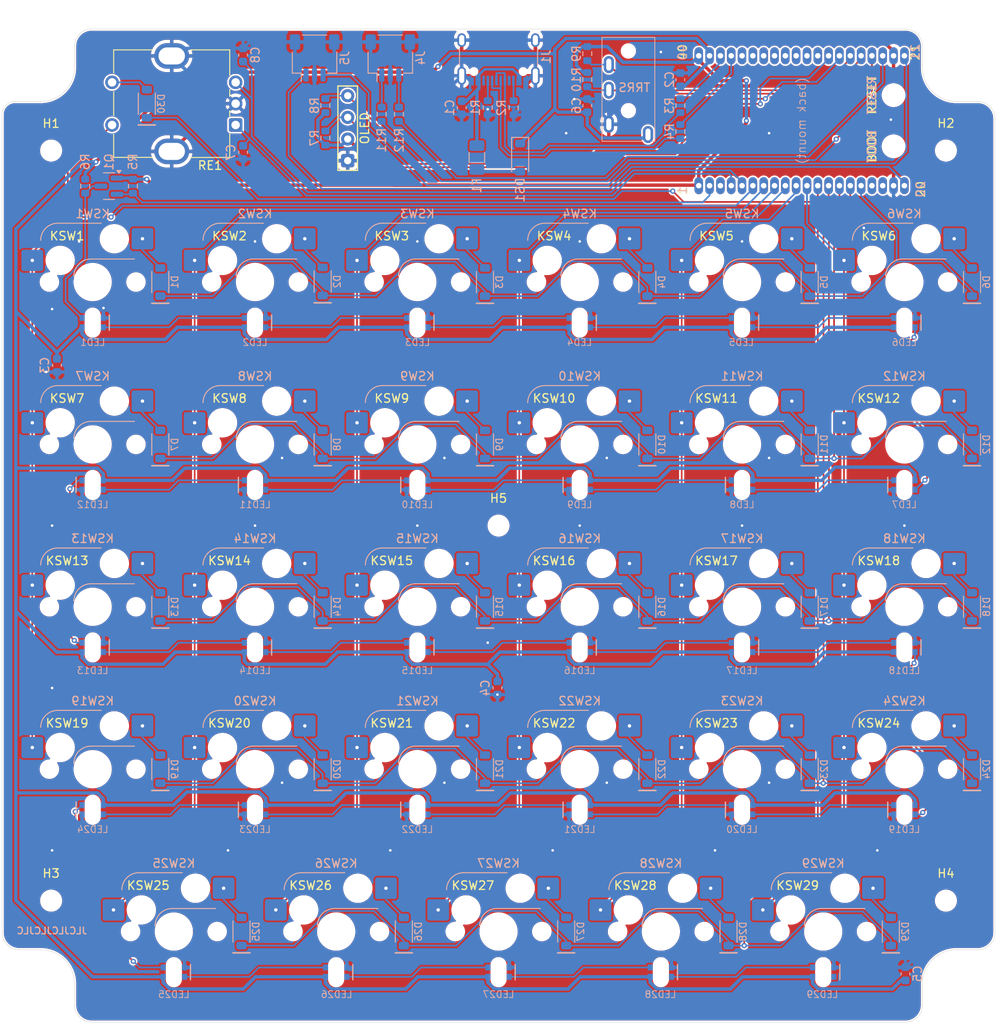
<source format=kicad_pcb>
(kicad_pcb (version 20240108) (generator "pcbnew") (generator_version "8.0")
  (title_block (title "YUIOP29RE") (rev "1") (company "KaoriYa"))
  (layers (0 "F.Cu" signal) (31 "B.Cu" signal) (34 "B.Paste" user) (35 "F.Paste" user) (36 "B.SilkS" user "B.Silkscreen") (37 "F.SilkS" user "F.Silkscreen") (38 "B.Mask" user) (39 "F.Mask" user) (44 "Edge.Cuts" user))
  (net 0 "")
  (net 1 "GND")
  (net 2 "/USB_VBUS")
  (net 3 "/5V0")
  (net 4 "/RE1_A")
  (net 5 "/RE1_B")
  (net 6 "/ROW1")
  (net 7 "Net-(D1-A)")
  (net 8 "Net-(D2-A)")
  (net 9 "Net-(D3-A)")
  (net 10 "Net-(D4-A)")
  (net 11 "Net-(D5-A)")
  (net 12 "Net-(D6-A)")
  (net 13 "/ROW2")
  (net 14 "Net-(D7-A)")
  (net 15 "Net-(D8-A)")
  (net 16 "Net-(D9-A)")
  (net 17 "Net-(D10-A)")
  (net 18 "Net-(D11-A)")
  (net 19 "Net-(D12-A)")
  (net 20 "Net-(D13-A)")
  (net 21 "/ROW3")
  (net 22 "Net-(D14-A)")
  (net 23 "Net-(D15-A)")
  (net 24 "Net-(D16-A)")
  (net 25 "Net-(D17-A)")
  (net 26 "Net-(D18-A)")
  (net 27 "/ROW4")
  (net 28 "Net-(D19-A)")
  (net 29 "Net-(D20-A)")
  (net 30 "Net-(D21-A)")
  (net 31 "Net-(D22-A)")
  (net 32 "Net-(D23-A)")
  (net 33 "Net-(D24-A)")
  (net 34 "Net-(D25-A)")
  (net 35 "/ROW5")
  (net 36 "Net-(D26-A)")
  (net 37 "Net-(D27-A)")
  (net 38 "Net-(D28-A)")
  (net 39 "Net-(D29-A)")
  (net 40 "Net-(D30-A)")
  (net 41 "Net-(DS1-A)")
  (net 42 "Net-(J1-CC1)")
  (net 43 "/USB_DP")
  (net 44 "/USB_DM")
  (net 47 "Net-(J1-CC2)")
  (net 48 "/I2C0_SDA")
  (net 49 "/3V3")
  (net 50 "/I2C0_SCLK")
  (net 51 "/I2C1_SDA")
  (net 52 "/I2C1_SCLK")
  (net 53 "Net-(J4-Pin_1)")
  (net 54 "Net-(J4-Pin_3)")
  (net 55 "/SWDCLK")
  (net 56 "/SWDIO")
  (net 57 "/COL1")
  (net 58 "/COL2")
  (net 59 "/COL3")
  (net 60 "/COL4")
  (net 61 "/COL5")
  (net 62 "/COL6")
  (net 63 "/LED_D_5V0")
  (net 64 "Net-(LED1-DOUT)")
  (net 65 "Net-(LED2-DOUT)")
  (net 66 "Net-(LED3-DOUT)")
  (net 67 "Net-(LED4-DOUT)")
  (net 68 "Net-(LED5-DOUT)")
  (net 69 "Net-(LED6-DOUT)")
  (net 70 "Net-(LED7-DOUT)")
  (net 71 "Net-(LED8-DOUT)")
  (net 72 "Net-(LED10-DIN)")
  (net 73 "Net-(LED10-DOUT)")
  (net 74 "Net-(LED11-DOUT)")
  (net 75 "Net-(LED12-DOUT)")
  (net 76 "Net-(LED13-DOUT)")
  (net 77 "Net-(LED14-DOUT)")
  (net 78 "Net-(LED15-DOUT)")
  (net 79 "Net-(LED16-DOUT)")
  (net 80 "Net-(LED17-DOUT)")
  (net 81 "Net-(LED18-DOUT)")
  (net 82 "Net-(LED19-DOUT)")
  (net 83 "Net-(LED20-DOUT)")
  (net 84 "Net-(LED21-DOUT)")
  (net 85 "Net-(LED22-DOUT)")
  (net 86 "Net-(LED23-DOUT)")
  (net 87 "Net-(LED24-DOUT)")
  (net 88 "Net-(LED25-DOUT)")
  (net 89 "Net-(LED26-DOUT)")
  (net 90 "Net-(LED27-DOUT)")
  (net 91 "Net-(LED28-DOUT)")
  (net 93 "/LED_D_3V3")
  (net 94 "Net-(U1-USB_DP)")
  (net 95 "Net-(U1-USB_DM)")
  (net 96 "/UART0_RX")
  (net 97 "/UART0_TX")
  (footprint "yuiop:LED_WS2812C-2020_BackMount_v2" (layer "F.Cu") (at 159.525 133.3375)
    (property "Reference" "LED21")
    (property "Value" "WS2812C-2020")
  )
  (footprint "yuiop:D_SOD-123_v2" (layer "F.Cu") (at 110.3125 109.525 -90)
    (property "Reference" "D13")
    (property "Value" "1N4148W")
  )
  (footprint "yuiop:Cherry_MX_Hotswap_1.0u_v4" (layer "F.Cu") (at 197.625 90.475)
    (property "Reference" "KSW12")
    (property "Value" "KEY_SWITCH")
  )
  (footprint "yuiop:D_SOD-123_v2" (layer "F.Cu") (at 129.3625 90.475 -90)
    (property "Reference" "D8")
    (property "Value" "1N4148W")
  )
  (footprint "yuiop:D_SOD-123_v2" (layer "F.Cu") (at 138.8875 147.625 -90)
    (property "Reference" "D26")
    (property "Value" "1N4148W")
  )
  (footprint "yuiop:LED_WS2812C-2020_BackMount_v2" (layer "F.Cu") (at 197.625 95.2375)
    (property "Reference" "LED7")
    (property "Value" "WS2812C-2020")
  )
  (footprint "yuiop:LED_WS2812C-2020_BackMount_v2" (layer "F.Cu") (at 159.525 114.2875 180)
    (property "Reference" "LED16")
    (property "Value" "WS2812C-2020")
  )
  (footprint "yuiop:LED_WS2812C-2020_BackMount_v2" (layer "F.Cu") (at 178.575 133.3375)
    (property "Reference" "LED20")
    (property "Value" "WS2812C-2020")
  )
  (footprint "yuiop:LED_WS2812C-2020_BackMount_v2" (layer "F.Cu") (at 150 152.3875 180)
    (property "Reference" "LED27")
    (property "Value" "WS2812C-2020")
  )
  (footprint "yuiop:LED_WS2812C-2020_BackMount_v2" (layer "F.Cu") (at 102.375 76.1875 180)
    (property "Reference" "LED1")
    (property "Value" "WS2812C-2020")
  )
  (footprint "yuiop:D_SOD-123_v2" (layer "F.Cu") (at 148.4125 128.575 -90)
    (property "Reference" "D21")
    (property "Value" "1N4148W")
  )
  (footprint "SwitchScience:RP2040_Breakout-PTH" (layer "F.Cu") (at 185.56 52.502 90)
    (property "Reference" "U1" (hide yes))
    (property "Value" "RP2040_breakout" (hide yes))
  )
  (footprint "yuiop:D_SOD-123_v2" (layer "F.Cu") (at 186.5125 90.475 -90)
    (property "Reference" "D11")
    (property "Value" "1N4148W")
  )
  (footprint "yuiop:LED_WS2812C-2020_BackMount_v2" (layer "F.Cu") (at 188.1 152.3875 180)
    (property "Reference" "LED29")
    (property "Value" "WS2812C-2020")
  )
  (footprint "yuiop:LED_WS2812C-2020_BackMount_v2" (layer "F.Cu") (at 140.475 76.1875 180)
    (property "Reference" "LED3")
    (property "Value" "WS2812C-2020")
  )
  (footprint "yuiop:Cherry_MX_Hotswap_1.0u_v4" (layer "F.Cu") (at 140.475 128.575)
    (property "Reference" "KSW21")
    (property "Value" "KEY_SWITCH")
  )
  (footprint "yuiop:D_SOD-123_v2" (layer "F.Cu") (at 148.4125 90.475 -90)
    (property "Reference" "D9")
    (property "Value" "1N4148W")
  )
  (footprint "yuiop:D_SOD-123_v2" (layer "F.Cu") (at 167.4625 128.575 -90)
    (property "Reference" "D22")
    (property "Value" "1N4148W")
  )
  (footprint "yuiop:LED_WS2812C-2020_BackMount_v2" (layer "F.Cu") (at 140.475 114.2875 180)
    (property "Reference" "LED15")
    (property "Value" "WS2812C-2020")
  )
  (footprint "yuiop:D_SOD-123_v2" (layer "F.Cu") (at 186.5125 71.425 -90)
    (property "Reference" "D5")
    (property "Value" "1N4148W")
  )
  (footprint "yuiop:LED_WS2812C-2020_BackMount_v2" (layer "F.Cu") (at 197.625 76.1875 180)
    (property "Reference" "LED6")
    (property "Value" "WS2812C-2020")
  )
  (footprint "yuiop:Cherry_MX_Hotswap_1.0u_v4" (layer "F.Cu") (at 159.525 109.525)
    (property "Reference" "KSW16")
    (property "Value" "KEY_SWITCH")
  )
  (footprint "yuiop:Cherry_MX_Hotswap_1.0u_v4" (layer "F.Cu") (at 178.575 90.475)
    (property "Reference" "KSW11")
    (property "Value" "KEY_SWITCH")
  )
  (footprint "yuiop:D_SOD-123_v2" (layer "F.Cu") (at 205.5625 71.425 -90)
    (property "Reference" "D6")
    (property "Value" "1N4148W")
  )
  (footprint "yuiop:Cherry_MX_Hotswap_1.0u_v4" (layer "F.Cu") (at 140.475 109.525)
    (property "Reference" "KSW15")
    (property "Value" "KEY_SWITCH")
  )
  (footprint "yuiop:D_SOD-123_v2" (layer "F.Cu") (at 129.3625 109.525 -90)
    (property "Reference" "D14")
    (property "Value" "1N4148W")
  )
  (footprint "yuiop:D_SOD-123_v2" (layer "F.Cu") (at 110.3125 90.475 -90)
    (property "Reference" "D7")
    (property "Value" "1N4148W")
  )
  (footprint "yuiop:D_SOD-123_v2" (layer "F.Cu") (at 157.9375 147.625 -90)
    (property "Reference" "D27")
    (property "Value" "1N4148W")
  )
  (footprint "yuiop:D_SOD-123_v2" (layer "F.Cu") (at 167.4625 90.475 -90)
    (property "Reference" "D10")
    (property "Value" "1N4148W")
  )
  (footprint "yuiop:Cherry_MX_Hotswap_1.0u_v4" (layer "F.Cu") (at 140.475 90.475)
    (property "Reference" "KSW9")
    (property "Value" "KEY_SWITCH")
  )
  (footprint "yuiop:LED_WS2812C-2020_BackMount_v2" (layer "F.Cu") (at 102.375 114.2875 180)
    (property "Reference" "LED13")
    (property "Value" "WS2812C-2020")
  )
  (footprint "yuiop:Cherry_MX_Hotswap_1.0u_v4" (layer "F.Cu") (at 197.625 109.525)
    (property "Reference" "KSW18")
    (property "Value" "KEY_SWITCH")
  )
  (footprint "yuiop:LED_WS2812C-2020_BackMount_v2" (layer "F.Cu") (at 130.95 152.3875 180)
    (property "Reference" "LED26")
    (property "Value" "WS2812C-2020")
  )
  (footprint "yuiop:Cherry_MX_Hotswap_1.0u_v4" (layer "F.Cu") (at 102.375 71.425)
    (property "Reference" "KSW1")
    (property "Value" "KEY_SWITCH")
  )
  (footprint "yuiop:LED_WS2812C-2020_BackMount_v2" (layer "F.Cu") (at 121.425 95.2375)
    (property "Reference" "LED11")
    (property "Value" "WS2812C-2020")
  )
  (footprint "yuiop:D_SOD-123_v2" (layer "F.Cu") (at 148.4125 71.425 -90)
    (property "Reference" "D3")
    (property "Value" "1N4148W")
  )
  (footprint "MountingHole:MountingHole_2.2mm_M2" (layer "F.Cu") (at 97.5 56)
    (property "Reference" "H1")
    (property "Value" "MountingHole")
  )
  (footprint "yuiop:D_SOD-123_v2" (layer "F.Cu") (at 205.5625 109.525 -90)
    (property "Reference" "D18")
    (property "Value" "1N4148W")
  )
  (footprint "yuiop:Cherry_MX_Hotswap_1.0u_v4" (layer "F.Cu") (at 150 147.625)
    (property "Reference" "KSW27")
    (property "Value" "KEY_SWITCH")
  )
  (footprint "yuiop:D_SOD-123_v2" (layer "F.Cu") (at 176.9875 147.625 -90)
    (property "Reference" "D28")
    (property "Value" "1N4148W")
  )
  (footprint "yuiop:D_SOD-123_v2" (layer "F.Cu") (at 119.8375 147.625 -90)
    (property "Reference" "D25")
    (property "Value" "1N4148W")
  )
  (footprint "yuiop:LED_WS2812C-2020_BackMount_v2" (layer "F.Cu") (at 121.425 133.3375)
    (property "Reference" "LED23")
    (property "Value" "WS2812C-2020")
  )
  (footprint "yuiop:LED_WS2812C-2020_BackMount_v2" (layer "F.Cu") (at 121.425 114.2875 180)
    (property "Reference" "LED14")
    (property "Value" "WS2812C-2020")
  )
  (footprint "yuiop:LED_WS2812C-2020_BackMount_v2" (layer "F.Cu") (at 169.05 152.3875 180)
    (property "Reference" "LED28")
    (property "Value" "WS2812C-2020")
  )
  (footprint "yuiop:D_SOD-123_v2" (layer "F.Cu") (at 196.0375 147.625 -90)
    (property "Reference" "D29")
    (property "Value" "1N4148W")
  )
  (footprint "yuiop:Cherry_MX_Hotswap_1.0u_v4" (layer "F.Cu") (at 197.625 128.575)
    (property "Reference" "KSW24")
    (property "Value" "KEY_SWITCH")
  )
  (footprint "yuiop:LED_WS2812C-2020_BackMount_v2" (layer "F.Cu") (at 140.475 95.2375)
    (property "Reference" "LED10")
    (property "Value" "WS2812C-2020")
  )
  (footprint "yuiop:D_SOD-123_v2" (layer "F.Cu") (at 167.4625 109.525 -90)
    (property "Reference" "D16")
    (property "Value" "1N4148W")
  )
  (footprint "yuiop:D_SOD-123_v2" (layer "F.Cu") (at 148.4125 109.525 -90)
    (property "Reference" "D15")
    (property "Value" "1N4148W")
  )
  (footprint "yuiop:D_SOD-123_v2" (layer "F.Cu") (at 205.5625 90.475 -90)
    (property "Reference" "D12")
    (property "Value" "1N4148W")
  )
  (footprint "MountingHole:MountingHole_2.2mm_M2" (layer "F.Cu") (at 202.5 56)
    (property "Reference" "H2")
    (property "Value" "MountingHole")
  )
  (footprint "yuiop:Cherry_MX_Hotswap_1.0u_v4" (layer "F.Cu") (at 169.05 147.625)
    (property "Reference" "KSW28")
    (property "Value" "KEY_SWITCH")
  )
  (footprint "yuiop:D_SOD-123_v2" (layer "F.Cu") (at 205.5625 128.575 -90)
    (property "Reference" "D24")
    (property "Value" "1N4148W")
  )
  (footprint "yuiop:Cherry_MX_Hotswap_1.0u_v4" (layer "F.Cu") (at 111.9 147.625)
    (property "Reference" "KSW25")
    (property "Value" "KEY_SWITCH")
  )
  (footprint "MountingHole:MountingHole_2.2mm_M2" (layer "F.Cu") (at 150 100)
    (property "Reference" "H5")
    (property "Value" "MountingHole")
  )
  (footprint "Rotary_Encoder:RotaryEncoder_Bourns_Vertical_PEC12R-3x17F-Sxxxx" (layer "F.Cu") (at 119.15 53 180)
    (property "Reference" "RE1")
    (property "Value" "RotaryEncoder_Switch_MP")
  )
  (footprint "yuiop:Cherry_MX_Hotswap_1.0u_v4" (layer "F.Cu") (at 159.525 90.475)
    (property "Reference" "KSW10")
    (property "Value" "KEY_SWITCH")
  )
  (footprint "yuiop:Cherry_MX_Hotswap_1.0u_v4" (layer "F.Cu") (at 102.375 128.575)
    (property "Reference" "KSW19")
    (property "Value" "KEY_SWITCH")
  )
  (footprint "yuiop:LED_WS2812C-2020_BackMount_v2" (layer "F.Cu") (at 121.425 76.1875 180)
    (property "Reference" "LED2")
    (property "Value" "WS2812C-2020")
  )
  (footprint "yuiop:LED_WS2812C-2020_BackMount_v2" (layer "F.Cu") (at 178.575 114.2875 180)
    (property "Reference" "LED17")
    (property "Value" "WS2812C-2020")
  )
  (footprint "yuiop:LED_WS2812C-2020_BackMount_v2" (layer "F.Cu") (at 111.9 152.3875 180)
    (property "Reference" "LED25")
    (property "Value" "WS2812C-2020")
  )
  (footprint "yuiop:Cherry_MX_Hotswap_1.0u_v4" (layer "F.Cu") (at 159.525 71.425)
    (property "Reference" "KSW4")
    (property "Value" "KEY_SWITCH")
  )
  (footprint "yuiop:Cherry_MX_Hotswap_1.0u_v4" (layer "F.Cu") (at 159.525 128.575)
    (property "Reference" "KSW22")
    (property "Value" "KEY_SWITCH")
  )
  (footprint "yuiop:Cherry_MX_Hotswap_1.0u_v4" (layer "F.Cu") (at 121.425 109.525)
    (property "Reference" "KSW14")
    (property "Value" "KEY_SWITCH")
  )
  (footprint "MountingHole:MountingHole_2.2mm_M2" (layer "F.Cu") (at 97.5 144)
    (property "Reference" "H3")
    (property "Value" "MountingHole")
  )
  (footprint "yuiop:Cherry_MX_Hotswap_1.0u_v4" (layer "F.Cu") (at 121.425 128.575)
    (property "Reference" "KSW20")
    (property "Value" "KEY_SWITCH")
  )
  (footprint "yuiop:LED_WS2812C-2020_BackMount_v2" (layer "F.Cu") (at 197.625 133.3375)
    (property "Reference" "LED19")
    (property "Value" "WS2812C-2020")
  )
  (footprint "yuiop:OLED_128x32" (layer "F.Cu") (at 150 52.375 90)
    (property "Reference" "J2" (hide yes))
    (property "Value" "SSD1306 OLED" (hide yes))
  )
  (footprint "yuiop:LED_WS2812C-2020_BackMount_v2" (layer "F.Cu") (at 197.625 114.2875 180)
    (property "Reference" "LED18")
    (property "Value" "WS2812C-2020")
  )
  (footprint "yuiop:D_SOD-123_v2" (layer "F.Cu") (at 186.5125 109.525 -90)
    (property "Reference" "D17")
    (property "Value" "1N4148W")
  )
  (footprint "yuiop:Cherry_MX_Hotswap_1.0u_v4" (layer "F.Cu") (at 102.375 109.525)
    (property "Reference" "KSW13")
    (property "Value" "KEY_SWITCH")
  )
  (footprint "yuiop:D_SOD-123_v2" (layer "F.Cu") (at 167.4625 71.425 -90)
    (property "Reference" "D4")
    (property "Value" "1N4148W")
  )
  (footprint "yuiop:Cherry_MX_Hotswap_1.0u_v4" (layer "F.Cu") (at 178.575 128.575)
    (property "Reference" "KSW23")
    (property "Value" "KEY_SWITCH")
  )
  (footprint "yuiop:D_SOD-123_v2" (layer "F.Cu") (at 110.3125 128.575 -90)
    (property "Reference" "D19")
    (property "Value" "1N4148W")
  )
  (footprint "yuiop:D_SOD-123_v2" (layer "F.Cu") (at 129.3625 128.575 -90)
    (property "Reference" "D20")
    (property "Value" "1N4148W")
  )
  (footprint "yuiop:Cherry_MX_Hotswap_1.0u_v4" (layer "F.Cu") (at 188.1 147.625)
    (property "Reference" "KSW29")
    (property "Value" "KEY_SWITCH")
  )
  (footprint "yuiop:Cherry_MX_Hotswap_1.0u_v4" (layer "F.Cu") (at 197.625 71.425)
    (property "Reference" "KSW6")
    (property "Value" "KEY_SWITCH")
  )
  (footprint "yuiop:D_SOD-123_v2" (layer "F.Cu") (at 108.725 50.5 -90)
    (property "Reference" "D30")
    (property "Value" "1N4148W")
  )
  (footprint "yuiop:LED_WS2812C-2020_BackMount_v2" (layer "F.Cu") (at 178.575 95.2375)
    (property "Reference" "LED8")
    (property "Value" "WS2812C-2020")
  )
  (footprint "yuiop:LED_WS2812C-2020_BackMount_v2" (layer "F.Cu") (at 102.375 95.2375)
    (property "Reference" "LED12")
    (property "Value" "WS2812C-2020")
  )
  (footprint "yuiop:Cherry_MX_Hotswap_1.0u_v4" (layer "F.Cu") (at 121.425 71.425)
    (property "Reference" "KSW2")
    (property "Value" "KEY_SWITCH")
  )
  (footprint "yuiop:Cherry_MX_Hotswap_1.0u_v4" (layer "F.Cu") (at 140.475 71.425)
    (property "Reference" "KSW3")
    (property "Value" "KEY_SWITCH")
  )
  (footprint "yuiop:LED_WS2812C-2020_BackMount_v2" (layer "F.Cu") (at 159.525 76.1875 180)
    (property "Reference" "LED4")
    (property "Value" "WS2812C-2020")
  )
  (footprint "yuiop:Cherry_MX_Hotswap_1.0u_v4" (layer "F.Cu") (at 178.575 109.525)
    (property "Reference" "KSW17")
    (property "Value" "KEY_SWITCH")
  )
  (footprint "yuiop:Cherry_MX_Hotswap_1.0u_v4" (layer "F.Cu") (at 102.375 90.475)
    (property "Reference" "KSW7")
    (property "Value" "KEY_SWITCH")
  )
  (footprint "yuiop:LED_WS2812C-2020_BackMount_v2" (layer "F.Cu") (at 178.575 76.1875 180)
    (property "Reference" "LED5")
    (property "Value" "WS2812C-2020")
  )
  (footprint "yuiop:LED_WS2812C-2020_BackMount_v2" (layer "F.Cu") (at 159.525 95.2375)
    (property "Reference" "LED9")
    (property "Value" "WS2812C-2020")
  )
  (footprint "MountingHole:MountingHole_2.2mm_M2" (layer "F.Cu") (at 202.5 144)
    (property "Reference" "H4")
    (property "Value" "MountingHole")
  )
  (footprint "yuiop:D_SOD-123_v2" (layer "F.Cu") (at 110.3125 71.425 -90)
    (property "Reference" "D1")
    (property "Value" "1N4148W")
  )
  (footprint "yuiop:Cherry_MX_Hotswap_1.0u_v4" (layer "F.Cu") (at 178.575 71.425)
    (property "Reference" "KSW5")
    (property "Value" "KEY_SWITCH")
  )
  (footprint "yuiop:D_SOD-123_v2" (layer "F.Cu") (at 186.5125 128.575 -90)
    (property "Reference" "D23")
    (property "Value" "1N4148W")
  )
  (footprint "yuiop:Cherry_MX_Hotswap_1.0u_v4" (layer "F.Cu") (at 130.95 147.625)
    (property "Reference" "KSW26")
    (property "Value" "KEY_SWITCH")
  )
  (footprint "yuiop:Cherry_MX_Hotswap_1.0u_v4" (layer "F.Cu") (at 121.425 90.475)
    (property "Reference" "KSW8")
    (property "Value" "KEY_SWITCH")
  )
  (footprint "yuiop:LED_WS2812C-2020_BackMount_v2" (layer "F.Cu") (at 102.375 133.3375)
    (property "Reference" "LED24")
    (property "Value" "WS2812C-2020")
  )
  (footprint "yuiop:LED_WS2812C-2020_BackMount_v2" (layer "F.Cu") (at 140.475 133.3375)
    (property "Reference" "LED22")
    (property "Value" "WS2812C-2020")
  )
  (footprint "yuiop:D_SOD-123_v2" (layer "F.Cu") (at 129.3625 71.3625 -90)
    (property "Reference" "D2")
    (property "Value" "1N4148W")
  )
  (footprint "yuiop:MJ-4PP-9_2021" (layer "B.Cu") (at 165.24 47.816 180)
    (property "Reference" "J3")
    (property "Value" "MJ-4PP-9" (hide yes))
  )
  (footprint "Diode_SMD:D_SOD-123" (layer "B.Cu") (at 152.54 56.82 -90)
    (property "Reference" "DS1")
    (property "Value" "RB160M-30TR")
  )
  (footprint "Resistor_SMD:R_0603_1608Metric" (layer "B.Cu") (at 136.284 51.74 -90)
    (property "Reference" "R11")
    (property "Value" "100")
  )
  (footprint "Connector_JST:JST_SH_SM03B-SRSS-TB_1x03-1MP_P1.00mm_Horizontal" (layer "B.Cu") (at 128.41 45.136)
    (property "Reference" "J5")
    (property "Value" "SWD")
  )
  (footprint "Resistor_SMD:R_0603_1608Metric" (layer "B.Cu") (at 107.1 60.175 -90)
    (property "Reference" "R5")
    (property "Value" "10k")
  )
  (footprint "Capacitor_SMD:C_0603_1608Metric" (layer "B.Cu") (at 145.682 50.978 -90)
    (property "Reference" "C1")
    (property "Value" "10u")
  )
  (footprint "Connector_JST:JST_SH_SM03B-SRSS-TB_1x03-1MP_P1.00mm_Horizontal" (layer "B.Cu") (at 137.3 45.136)
    (property "Reference" "J4")
    (property "Value" "UART0")
  )
  (footprint "Package_TO_SOT_SMD:SOT-23" (layer "B.Cu") (at 104.290625 60.175 180)
    (property "Reference" "Q1")
    (property "Value" "BSS138")
  )
  (footprint "Capacitor_SMD:C_0603_1608Metric" (layer "B.Cu") (at 120.028 44.785 90)
    (property "Reference" "C8")
    (property "Value" "10n")
  )
  (footprint "Resistor_SMD:R_0603_1608Metric" (layer "B.Cu") (at 148.73 50.978 -90)
    (property "Reference" "R1")
    (property "Value" "5.1k")
  )
  (footprint "Capacitor_SMD:C_0603_1608Metric" (layer "B.Cu") (at 160.414 50.724 90)
    (property "Reference" "C6")
    (property "Value" "10u")
  )
  (footprint "Resistor_SMD:R_0603_1608Metric" (layer "B.Cu") (at 171.336 50.724 -90)
    (property "Reference" "R3")
    (property "Value" "27")
  )
  (footprint "Resistor_SMD:R_0603_1608Metric" (layer "B.Cu") (at 171.336 53.772 -90)
    (property "Reference" "R4")
    (property "Value" "27")
  )
  (footprint "Capacitor_SMD:C_0603_1608Metric" (layer "B.Cu") (at 98.184 81.204 -90)
    (property "Reference" "C3")
    (property "Value" "1u")
  )
  (footprint "Resistor_SMD:R_0603_1608Metric" (layer "B.Cu") (at 160.414 47.676 90)
    (property "Reference" "R10")
    (property "Value" "1.1k")
  )
  (footprint "Resistor_SMD:R_0603_1608Metric" (layer "B.Cu") (at 129.68 54.534 -90)
    (property "Reference" "R7")
    (property "Value" "1.1k")
  )
  (footprint "Fuse:Fuse_1206_3216Metric" (layer "B.Cu") (at 147.46 56.82 -90)
    (property "Reference" "F1")
    (property "Value" "MF-NSMF050-2")
  )
  (footprint "Resistor_SMD:R_0603_1608Metric" (layer "B.Cu") (at 160.414 44.628 90)
    (property "Reference" "R9")
    (property "Value" "1.1k")
  )
  (footprint "Capacitor_SMD:C_0603_1608Metric" (layer "B.Cu") (at 171.336 47.676 90)
    (property "Reference" "C2")
    (property "Value" "10u")
  )
  (footprint "Capacitor_SMD:C_0603_1608Metric" (layer "B.Cu") (at 197.752 152.578 90)
    (property "Reference" "C5")
    (property "Value" "1u")
  )
  (footprint "Resistor_SMD:R_0603_1608Metric" (layer "B.Cu") (at 129.68 50.724 -90)
    (property "Reference" "R8")
    (property "Value" "1.1k")
  )
  (footprint "Capacitor_SMD:C_0603_1608Metric" (layer "B.Cu") (at 149.873 119.05 -90)
    (property "Reference" "C4")
    (property "Value" "1u")
  )
  (footprint "Resistor_SMD:R_0603_1608Metric" (layer "B.Cu") (at 101.5 60.175 -90)
    (property "Reference" "R6")
    (property "Value" "10k")
  )
  (footprint "Resistor_SMD:R_0603_1608Metric" (layer "B.Cu") (at 138.316 51.74 -90)
    (property "Reference" "R12")
    (property "Value" "100")
  )
  (footprint "Connector_USB:USB_C_Receptacle_XKB_U262-16XN-4BVC11" (layer "B.Cu") (at 150 44.12)
    (property "Reference" "J1")
    (property "Value" "USB_C_Receptacle_USB2.0_16P")
  )
  (footprint "Capacitor_SMD:C_0603_1608Metric" (layer "B.Cu") (at 120.028 56.215 -90)
    (property "Reference" "C7")
    (property "Value" "10n")
  )
  (footprint "Resistor_SMD:R_0603_1608Metric" (layer "B.Cu") (at 151.778 50.978 -90)
    (property "Reference" "R2")
    (property "Value" "5.1k")
  )
  (gr_arc (start 96.25 149.75) (mid 99.078427 150.921573) (end 100.25 153.75) (stroke (width 0.05)) (layer "Edge.Cuts"))
  (gr_line (start 96.25 50.25) (end 93.25 50.25) (stroke (width 0.05)) (layer "Edge.Cuts"))
  (gr_line (start 206.25 149.75) (end 203.75 149.75) (stroke (width 0.05)) (layer "Edge.Cuts"))
  (gr_arc (start 93.75 149.75) (mid 92.335786 149.164214) (end 91.75 147.75) (stroke (width 0.05)) (layer "Edge.Cuts"))
  (gr_arc (start 100.25 46.25) (mid 99.078427 49.078427) (end 96.25 50.25) (stroke (width 0.05)) (layer "Edge.Cuts"))
  (gr_arc (start 102.25 158.25) (mid 100.835786 157.664214) (end 100.25 156.25) (stroke (width 0.05)) (layer "Edge.Cuts"))
  (gr_arc (start 199.75 153.75) (mid 200.921573 150.921573) (end 203.75 149.75) (stroke (width 0.05)) (layer "Edge.Cuts"))
  (gr_line (start 206.25 50.25) (end 203.75 50.25) (stroke (width 0.05)) (layer "Edge.Cuts"))
  (gr_arc (start 206.25 50.25) (mid 207.664214 50.835786) (end 208.25 52.25) (stroke (width 0.05)) (layer "Edge.Cuts"))
  (gr_line (start 91.75 147.75) (end 91.75 51.75) (stroke (width 0.05)) (layer "Edge.Cuts"))
  (gr_arc (start 208.25 147.75) (mid 207.664214 149.164214) (end 206.25 149.75) (stroke (width 0.05)) (layer "Edge.Cuts"))
  (gr_arc (start 203.75 50.25) (mid 200.921573 49.078427) (end 199.75 46.25) (stroke (width 0.05)) (layer "Edge.Cuts"))
  (gr_line (start 199.75 153.75) (end 199.75 156.25) (stroke (width 0.05)) (layer "Edge.Cuts"))
  (gr_line (start 208.25 52.25) (end 208.25 147.75) (stroke (width 0.05)) (layer "Edge.Cuts"))
  (gr_line (start 93.75 149.75) (end 96.25 149.75) (stroke (width 0.05)) (layer "Edge.Cuts"))
  (gr_arc (start 100.25 43.75) (mid 100.835786 42.335786) (end 102.25 41.75) (stroke (width 0.05)) (layer "Edge.Cuts"))
  (gr_line (start 100.25 43.75) (end 100.25 46.25) (stroke (width 0.05)) (layer "Edge.Cuts"))
  (gr_arc (start 91.75 51.75) (mid 92.18934 50.68934) (end 93.25 50.25) (stroke (width 0.05)) (layer "Edge.Cuts"))
  (gr_line (start 100.25 153.75) (end 100.25 156.25) (stroke (width 0.05)) (layer "Edge.Cuts"))
  (gr_arc (start 197.75 41.75) (mid 199.164214 42.335786) (end 199.75 43.75) (stroke (width 0.05)) (layer "Edge.Cuts"))
  (gr_arc (start 199.75 156.25) (mid 199.164214 157.664214) (end 197.75 158.25) (stroke (width 0.05)) (layer "Edge.Cuts"))
  (gr_line (start 102.25 41.75) (end 197.75 41.75) (stroke (width 0.05)) (layer "Edge.Cuts"))
  (gr_line (start 197.75 158.25) (end 102.25 158.25) (stroke (width 0.05)) (layer "Edge.Cuts"))
  (gr_line (start 199.75 46.25) (end 199.75 43.75) (stroke (width 0.05)) (layer "Edge.Cuts"))
  (gr_text "JLCJLCJLCJLC" (at 101.8 148 0) (layer "B.SilkS") (effects (font (size 0.8 0.8)) (justify left bottom mirror)))
  (segment (start 196.355 60.122) (end 196.355 58.852) (width 0.4) (layer "F.Cu") (net 1))
  (segment (start 96.914 78.156) (end 100.978 74.092) (width 0.4) (layer "F.Cu") (net 1))
  (segment (start 154.32 43.045) (end 154.32 47.225) (width 0.4) (layer "F.Cu") (net 1))
  (segment (start 196.355 44.379208) (end 196.355 44.882) (width 0.4) (layer "F.Cu") (net 1))
  (segment (start 196.355 58.852) (end 198.895 56.312) (width 0.4) (layer "F.Cu") (net 1))
  (segment (start 100.978 74.092) (end 103.264 74.092) (width 0.4) (layer "F.Cu") (net 1))
  (segment (start 154.32 47.225) (end 156.153 47.225) (width 0.4) (layer "F.Cu") (net 1))
  (segment (start 145.68 43.045) (end 154.32 43.045) (width 0.4) (layer "F.Cu") (net 1))
  (segment (start 96.914 81.966) (end 96.914 78.156) (width 0.4) (layer "F.Cu") (net 1))
  (segment (start 196.355 46.279) (end 196.355 44.882) (width 0.4) (layer "F.Cu") (net 1))
  (segment (start 145.68 43.045) (end 145.68 47.225) (width 0.4) (layer "F.Cu") (net 1))
  (segment (start 148.73 118.682) (end 149.873 119.825) (width 0.4) (layer "F.Cu") (net 1))
  (segment (start 198.895 56.312) (end 198.895 48.819) (width 0.4) (layer "F.Cu") (net 1))
  (segment (start 154.32 43.045) (end 195.020792 43.045) (width 0.4) (layer "F.Cu") (net 1))
  (segment (start 117.25 50.5) (end 111.65 56.1) (width 0.4) (layer "F.Cu") (net 1))
  (segment (start 195.020792 43.045) (end 196.355 44.379208) (width 0.4) (layer "F.Cu") (net 1))
  (segment (start 156.153 47.225) (end 158.89 49.962) (width 0.4) (layer "F.Cu") (net 1))
  (segment (start 150.392 51.153) (end 148.73 51.153) (width 0.4) (layer "F.Cu") (net 1))
  (segment (start 103.264 74.092) (end 103.645 74.473) (width 0.4) (layer "F.Cu") (net 1))
  (segment (start 148.73 113.7375) (end 148.73 118.682) (width 0.4) (layer "F.Cu") (net 1))
  (segment (start 154.32 47.225) (end 150.392 51.153) (width 0.4) (layer "F.Cu") (net 1))
  (segment (start 198.895 48.819) (end 196.355 46.279) (width 0.4) (layer "F.Cu") (net 1))
  (segment (start 119.15 50.5) (end 117.25 50.5) (width 0.4) (layer "F.Cu") (net 1))
  (via (at 194.45 138.1) (size 0.6) (drill 0.3) (layers "F.Cu" "B.Cu") (net 1))
  (via (at 97.6125 138.1) (size 0.6) (drill 0.3) (layers "F.Cu" "B.Cu") (net 1))
  (via (at 124.6 92.0625) (size 0.6) (drill 0.3) (layers "F.Cu" "B.Cu") (net 1))
  (via (at 100.7875 66.6625) (size 0.6) (drill 0.3) (layers "F.Cu" "B.Cu") (net 1))
  (via (at 140.475 66.6625) (size 0.6) (drill 0.3) (layers "F.Cu" "B.Cu") (net 1))
  (via (at 148.73 51.153) (size 0.8) (drill 0.3) (layers "F.Cu" "B.Cu") (net 1))
  (via (at 162.7 130.1625) (size 0.6) (drill 0.3) (layers "F.Cu" "B.Cu") (net 1))
  (via (at 159.525 66.6625) (size 0.6) (drill 0.3) (layers "F.Cu" "B.Cu") (net 1))
  (via (at 159.525 100) (size 0.6) (drill 0.3) (layers "F.Cu" "B.Cu") (net 1))
  (via (at 97.6125 100) (size 0.6) (drill 0.3) (layers "F.Cu" "B.Cu") (net 1))
  (via (at 137.3 138.1) (size 0.6) (drill 0.3) (layers "F.Cu" "B.Cu") (net 1))
  (via (at 156.35 138.1) (size 0.6) (drill 0.3) (layers "F.Cu" "B.Cu") (net 1))
  (via (at 192.8625 65.075) (size 0.6) (drill 0.3) (layers "F.Cu" "B.Cu") (net 1))
  (via (at 121.425 100) (size 0.6) (drill 0.3) (layers "F.Cu" "B.Cu") (net 1))
  (via (at 169.05 44.4375) (size 0.6) (drill 0.3) (layers "F.Cu" "B.Cu") (net 1))
  (via (at 196.0375 52.375) (size 0.6) (drill 0.3) (layers "F.Cu" "B.Cu") (net 1))
  (via (at 175.4 138.1) (size 0.6) (drill 0.3) (layers "F.Cu" "B.Cu") (net 1))
  (via (at 181.75 92.0625) (size 0.6) (drill 0.3) (layers "F.Cu" "B.Cu") (net 1))
  (via (at 97.6125 74.6) (size 0.6) (drill 0.3) (layers "F.Cu" "B.Cu") (net 1))
  (via (at 140.475 100) (size 0.6) (drill 0.3) (layers "F.Cu" "B.Cu") (net 1))
  (via (at 181.75 53.9625) (size 0.6) (drill 0.3) (layers "F.Cu" "B.Cu") (net 1))
  (via (at 178.575 66.6625) (size 0.6) (drill 0.3) (layers "F.Cu" "B.Cu") (net 1))
  (via (at 178.575 100) (size 0.6) (drill 0.3) (layers "F.Cu" "B.Cu") (net 1))
  (via (at 149.873 119.825) (size 0.8) (drill 0.3) (layers "F.Cu" "B.Cu") (net 1))
  (via (at 96.914 81.966) (size 0.8) (drill 0.3) (layers "F.Cu" "B.Cu") (net 1))
  (via (at 181.75 130.1625) (size 0.6) (drill 0.3) (layers "F.Cu" "B.Cu") (net 1))
  (via (at 118.25 138.1) (size 0.6) (drill 0.3) (layers "F.Cu" "B.Cu") (net 1))
  (via (at 162.7 92.0625) (size 0.6) (drill 0.3) (layers "F.Cu" "B.Cu") (net 1))
  (via (at 148.73 113.7375) (size 0.8) (drill 0.3) (layers "F.Cu" "B.Cu") (net 1))
  (via (at 143.65 92.0625) (size 0.6) (drill 0.3) (layers "F.Cu" "B.Cu") (net 1))
  (via (at 158.89 49.962) (size 0.8) (drill 0.3) (layers "F.Cu" "B.Cu") (net 1))
  (via (at 103.645 74.473) (size 0.8) (drill 0.3) (layers "F.Cu" "B.Cu") (net 1))
  (via (at 157.9375 53.9625) (size 0.6) (drill 0.3) (layers "F.Cu" "B.Cu") (net 1))
  (via (at 97.6125 119.05) (size 0.6) (drill 0.3) (layers "F.Cu" "B.Cu") (net 1))
  (via (at 197.625 100) (size 0.6) (drill 0.3) (layers "F.Cu" "B.Cu") (net 1))
  (via (at 121.425 66.6625) (size 0.6) (drill 0.3) (layers "F.Cu" "B.Cu") (net 1))
  (via (at 124.6 130.1625) (size 0.6) (drill 0.3) (layers "F.Cu" "B.Cu") (net 1))
  (via (at 143.65 130.1625) (size 0.6) (drill 0.3) (layers "F.Cu" "B.Cu") (net 1))
  (segment (start 197.05 97.2125) (end 206.556 97.2125) (width 0.4) (layer "B.Cu") (net 1))
  (segment (start 113.0495 74.2125) (end 122 74.2125) (width 0.4) (layer "B.Cu") (net 1))
  (segment (start 196.375 95.7875) (end 196.375 96.5375) (width 0.4) (layer "B.Cu") (net 1))
  (segment (start 206.5625 75.6375) (end 198.875 75.6375) (width 0.4) (layer "B.Cu") (net 1))
  (segment (start 206.5625 135.433) (end 206.5625 113.97) (width 0.4) (layer "B.Cu") (net 1))
  (segment (start 198.101346 74.2125) (end 198.875 74.986154) (width 0.4) (layer "B.Cu") (net 1))
  (segment (start 188.363356 133.8875) (end 196.375 133.8875) (width 0.4) (layer "B.Cu") (net 1))
  (segment (start 188.675 150.4125) (end 179.736644 150.4125) (width 0.4) (layer "B.Cu") (net 1))
  (segment (start 101.125 96.438846) (end 101.898654 97.2125) (width 0.4) (layer "B.Cu") (net 1))
  (segment (start 119.15 50.5) (end 117.25 50.5) (width 0.4) (layer "B.Cu") (net 1))
  (segment (start 168.7745 75.6375) (end 170.1995 74.2125) (width 0.4) (layer "B.Cu") (net 1))
  (segment (start 167.788606 97.206) (end 169.207106 95.7875) (width 0.4) (layer "B.Cu") (net 1))
  (segment (start 126.759 51.74) (end 126.759 54.788) (width 0.4) (layer "B.Cu") (net 1))
  (segment (start 122 112.3125) (end 113.167894 112.3125) (width 0.4) (layer "B.Cu") (net 1))
  (segment (start 189.367894 112.3125) (end 187.942894 113.7375) (width 0.4) (layer "B.Cu") (net 1))
  (segment (start 160.0265 74.2125) (end 160.775 74.961) (width 0.4) (layer "B.Cu") (net 1))
  (segment (start 122.586644 150.4125) (end 121.161644 151.8375) (width 0.4) (layer "B.Cu") (net 1))
  (segment (start 121.161644 151.8375) (end 113.15 151.8375) (width 0.4) (layer "B.Cu") (net 1))
  (segment (start 170.3 151.8375) (end 170.3 151.0875) (width 0.4) (layer "B.Cu") (net 1))
  (segment (start 198.875 113.086154) (end 198.101346 112.3125) (width 0.4) (layer "B.Cu") (net 1))
  (segment (start 111.6245 75.6375) (end 113.0495 74.2125) (width 0.4) (layer "B.Cu") (net 1))
  (segment (start 154.32 49.261) (end 151.778 51.803) (width 0.4) (layer "B.Cu") (net 1))
  (segment (start 179.736644 150.4125) (end 178.311644 151.8375) (width 0.4) (layer "B.Cu") (net 1))
  (segment (start 111.742894 113.7375) (end 103.625 113.7375) (width 0.4) (layer "B.Cu") (net 1))
  (segment (start 197.752 151.803) (end 197.765 151.803) (width 0.4) (layer "B.Cu") (net 1))
  (segment (start 120.175 134.6375) (end 120.85 135.3125) (width 0.4) (layer "B.Cu") (net 1))
  (segment (start 150.157106 95.7875) (end 158.275 95.7875) (width 0.4) (layer "B.Cu") (net 1))
  (segment (start 206.5625 66.489334) (end 203.243166 63.17) (width 0.4) (layer "B.Cu") (net 1))
  (segment (start 131.213356 95.7875) (end 139.225 95.7875) (width 0.4) (layer "B.Cu") (net 1))
  (segment (start 98.184 81.979) (end 96.927 81.979) (width 0.4) (layer "B.Cu") (net 1))
  (segment (start 132.217894 112.3125) (end 130.792894 113.7375) (width 0.4) (layer "B.Cu") (net 1))
  (segment (start 146.085 47.225) (end 145.68 47.225) (width 0.4) (layer "B.Cu") (net 1))
  (segment (start 137.3 43.261) (end 135 43.261) (width 0.4) (layer "B.Cu") (net 1))
  (segment (start 158.275 95.7875) (end 158.12725 95.93525) (width 0.4) (layer "B.Cu") (net 1))
  (segment (start 149.842894 75.6375) (end 151.267894 74.2125) (width 0.4) (layer "B.Cu") (net 1))
  (segment (start 122.675 112.9875) (end 122 112.3125) (width 0.4) (layer "B.Cu") (net 1))
  (segment (start 197.765 151.803) (end 201.689 147.879) (width 0.4) (layer "B.Cu") (net 1))
  (segment (start 158.12725 95.93525) (end 158.12725 96.291096) (width 0.4) (layer "B.Cu") (net 1))
  (segment (start 169.313356 133.8875) (end 177.325 133.8875) (width 0.4) (layer "B.Cu") (net 1))
  (segment (start 135 43.261) (end 130.71 43.261) (width 0.4) (layer "B.Cu") (net 1))
  (segment (start 160.007846 97.206) (end 167.788606 97.206) (width 0.4) (layer "B.Cu") (net 1))
  (segment (start 112.54 44.01) (end 111.65 44.9) (width 0.4) (layer "B.Cu") (net 1))
  (segment (start 196.355 61.392) (end 196.355 60.122) (width 0.4) (layer "B.Cu") (net 1))
  (segment (start 160.775 75.6375) (end 168.7745 75.6375) (width 0.4) (layer "B.Cu") (net 1))
  (segment (start 160.775 74.961) (end 160.775 75.6375) (width 0.4) (layer "B.Cu") (net 1))
  (segment (start 201.689 147.879) (end 203.34 147.879) (width 0.4) (layer "B.Cu") (net 1))
  (segment (start 206.5625 75.6375) (end 206.5625 66.489334) (width 0.4) (layer "B.Cu") (net 1))
  (segment (start 151.267894 74.2125) (end 160.0265 74.2125) (width 0.4) (layer "B.Cu") (net 1))
  (segment (start 148.73 51.153) (end 148.73 51.803) (width 0.4) (layer "B.Cu") (net 1))
  (segment (start 203.243166 63.17) (end 198.133 63.17) (width 0.4) (layer "B.Cu") (net 1))
  (segment (start 177.325 95.7875) (end 177.325 96.5375) (width 0.4) (layer "B.Cu") (net 1))
  (segment (start 130.6745 75.6375) (end 132.0995 74.2125) (width 0.4) (layer "B.Cu") (net 1))
  (segment (start 189.35 151.0875) (end 188.675 150.4125) (width 0.4) (layer "B.Cu") (net 1))
  (segment (start 137.3 47.136) (end 137.3 43.261) (width 0.4) (layer "B.Cu") (net 1))
  (segment (start 148.732106 97.2125) (end 150.157106 95.7875) (width 0.4) (layer "B.Cu") (net 1))
  (segment (start 169.625 150.4125) (end 160.686644 150.4125) (width 0.4) (layer "B.Cu") (net 1))
  (segment (start 197.1705 135.433) (end 206.5625 135.433) (width 0.4) (layer "B.Cu") (net 1))
  (segment (start 139.225 133.8875) (end 139.225 134.6375) (width 0.4) (layer "B.Cu") (net 1))
  (segment (start 103.645 75.6175) (end 103.625 75.6375) (width 0.4) (layer "B.Cu") (net 1))
  (segment (start 187.8245 75.6375) (end 189.2495 74.2125) (width 0.4) (layer "B.Cu") (net 1))
  (segment (start 128.41 47.136) (end 128.41 43.261) (width 0.4) (layer "B.Cu") (net 1))
  (segment (start 158.12725 96.291096) (end 159.048654 97.2125) (width 0.4) (layer "B.Cu") (net 1))
  (segment (start 178.311644 151.8375) (end 170.3 151.8375) (width 0.4) (layer "B.Cu") (net 1))
  (segment (start 158.89 49.962) (end 160.401 49.962) (width 0.4) (layer "B.Cu") (net 1))
  (segment (start 158.95 135.3125) (end 167.888356 135.3125) (width 0.4) (layer "B.Cu") (net 1))
  (segment (start 198.101346 112.3125) (end 189.367894 112.3125) (width 0.4) (layer "B.Cu") (net 1))
  (segment (start 145.68 43.045) (end 139.816 43.045) (width 0.4) (layer "B.Cu") (net 1))
  (segment (start 177.325 133.8875) (end 177.325 134.6375) (width 0.4) (layer "B.Cu") (net 1))
  (segment (start 150.575 150.4125) (end 141.636644 150.4125) (width 0.4) (layer "B.Cu") (net 1))
  (segment (start 159.048654 97.2125) (end 160.001346 97.2125) (width 0.4) (layer "B.Cu") (net 1))
  (segment (start 206.5625 113.97) (end 206.5625 97.206) (width 0.4) (layer "B.Cu") (net 1))
  (segment (start 126.11 43.261) (end 120.777 43.261) (width 0.4) (layer "B.Cu") (net 1))
  (segment (start 160.775 113.7375) (end 160.775 112.9875) (width 0.4) (layer "B.Cu") (net 1))
  (segment (start 139.9 135.3125) (end 148.838356 135.3125) (width 0.4) (layer "B.Cu") (net 1))
  (segment (start 187.942894 113.7375) (end 179.825 113.7375) (width 0.4) (layer "B.Cu") (net 1))
  (segment (start 110.632106 97.2125) (end 112.057106 95.7875) (width 0.4) (layer "B.Cu") (net 1))
  (segment (start 141.725 75.6375) (end 149.842894 75.6375) (width 0.4) (layer "B.Cu") (net 1))
  (segment (start 189.35 151.8375) (end 189.35 151.0875) (width 0.4) (layer "B.Cu") (net 1))
  (segment (start 151.161644 112.3125) (end 149.736644 113.7375) (width 0.4) (layer "B.Cu") (net 1))
  (segment (start 130.792894 113.7375) (end 122.675 113.7375) (width 0.4) (layer "B.Cu") (net 1))
  (segment (start 198.875 74.986154) (end 198.875 75.6375) (width 0.4) (layer "B.Cu") (net 1))
  (segment (start 153.915 47.225) (end 153.35 47.79) (width 0.4) (layer "B.Cu") (net 1))
  (segment (start 160.1 112.3125) (end 151.161644 112.3125) (width 0.4) (layer "B.Cu") (net 1))
  (segment (start 179.825 74.986154) (end 179.825 75.6375) (width 0.4) (layer "B.Cu") (net 1))
  (segment (start 170.317894 112.3125) (end 168.892894 113.7375) (width 0.4) (layer "B.Cu") (net 1))
  (segment (start 131.525 150.4125) (end 122.586644 150.4125) (width 0.4) (layer "B.Cu") (net 1))
  (segment (start 177.325 96.5375) (end 178 97.2125) (width 0.4) (layer "B.Cu") (net 1))
  (segment (start 144.412 50.483) (end 145.682 51.753) (width 0.4) (layer "B.Cu") (net 1))
  (segment (start 140.951346 74.2125) (end 141.725 74.986154) (width 0.4) (layer "B.Cu") (net 1))
  (segment (start 122.675 113.7375) (end 122.675 112.9875) (width 0.4) (layer "B.Cu") (net 1))
  (segment (start 179.825 112.9875) (end 179.15 112.3125) (width 0.4) (layer "B.Cu") (net 1))
  (segment (start 111.65 44.9) (end 111.65 48.612) (width 0.4) (layer "B.Cu") (net 1))
  (segment (start 154.32 47.225) (end 153.915 47.225) (width 0.4) (layer "B.Cu") (net 1))
  (segment (start 151.25 151.8375) (end 151.25 151.0875) (width 0.4) (layer "B.Cu") (net 1))
  (segment (start 168.892894 113.7375) (end 160.775 113.7375) (width 0.4) (layer "B.Cu") (net 1))
  (segment (start 120.175 96.5375) (end 120.85 97.2125) (width 0.4) (layer "B.Cu") (net 1))
  (segment (start 188.257106 95.7875) (end 196.375 95.7875) (width 0.4) (layer "B.Cu") (net 1))
  (segment (start 139.225 134.6375) (end 139.9 135.3125) (width 0.4) (layer "B.Cu") (net 1))
  (segment (start 198.875 113.7375) (end 206.33 113.7375) (width 0.4) (layer "B.Cu") (net 1))
  (segment (start 179.825 75.6375) (end 187.8245 75.6375) (width 0.4) (layer "B.Cu") (net 1))
  (segment (start 169.207106 95.7875) (end 177.325 95.7875) (width 0.4) (layer "B.Cu") (net 1))
  (segment (start 160.414 49.949) (end 162.94 52.475) (width 0.4) (layer "B.Cu") (net 1))
  (segment (start 170.3 151.0875) (end 169.625 150.4125) (width 0.4) (layer "B.Cu") (net 1))
  (segment (start 131.213356 133.8875) (end 139.225 133.8875) (width 0.4) (layer "B.Cu") (net 1))
  (segment (start 139.979144 152.07) (end 132.4325 152.07) (width 0.4) (layer "B.Cu") (net 1))
  (segment (start 112.163356 133.8875) (end 120.175 133.8875) (width 0.4) (layer "B.Cu") (net 1))
  (segment (start 154.32 47.225) (end 154.32 49.261) (width 0.4) (layer "B.Cu") (net 1))
  (segment (start 117.25 50.5) (end 111.65 44.9) (width 0.4) (layer "B.Cu") (net 1))
  (segment (start 189.2495 74.2125) (end 198.101346 74.2125) (width 0.4) (layer "B.Cu") (net 1))
  (segment (start 132.0995 74.2125) (end 140.951346 74.2125) (width 0.4) (layer "B.Cu") (net 1))
  (segment (start 111.65 48.612) (end 120.028 56.99) (width 0.4) (layer "B.Cu") (net 1))
  (segment (start 139.9 97.2125) (end 148.732106 97.2125) (width 0.4) (layer "B.Cu") (net 1))
  (segment (start 141.636644 150.4125) (end 139.979144 152.07) (width 0.4) (layer "B.Cu") (net 1))
  (segment (start 170.1995 74.2125) (end 179.051346 74.2125) (width 0.4) (layer "B.Cu") (net 1))
  (segment (start 179.15 112.3125) (end 170.317894 112.3125) (width 0.4) (layer "B.Cu") (net 1))
  (segment (start 101.898654 135.3125) (end 110.738356 135.3125) (width 0.4) (layer "B.Cu") (net 1))
  (segment (start 113.167894 112.3125) (end 111.742894 113.7375) (width 0.4) (layer "B.Cu") (net 1))
  (segment (start 101.125 133.8875) (end 101.125 134.538846) (width 0.4) (layer "B.Cu") (net 1))
  (segment (start 128.41 50.089) (end 126.759 51.74) (width 0.4) (layer "B.Cu") (net 1))
  (segment (start 126.759 54.788) (end 129.156 57.185) (width 0.4) (layer "B.Cu") (net 1))
  (segment (start 198.875 113.7375) (end 198.875 113.086154) (width 0.4) (layer "B.Cu") (net 1))
  (segment (start 120.175 95.7875) (end 120.175 96.5375) (width 0.4) (layer "B.Cu") (net 1))
  (segment (start 162.94 52.475) (end 162.94 52.916) (width 0.4) (layer "B.Cu") (net 1))
  (segment (start 120.85 135.3125) (end 129.788356 135.3125) (width 0.4) (layer "B.Cu") (net 1))
  (segment (start 132.2 151.0875) (end 131.525 150.4125) (width 0.4) (layer "B.Cu") (net 1))
  (segment (start 148.838356 135.3125) (end 150.263356 133.8875) (width 0.4) (layer "B.Cu") (net 1))
  (segment (start 178 135.3125) (end 186.938356 135.3125) (width 0.4) (layer "B.Cu") (net 1))
  (segment (start 130.71 43.261) (end 128.41 43.261) (width 0.4) (layer "B.Cu") (net 1))
  (segment (start 122.675 74.8875) (end 122.675 75.6375) (width 0.4) (layer "B.Cu") (net 1))
  (segment (start 121.901346 97.2125) (end 121.907846 97.206) (width 0.4) (layer "B.Cu") (net 1))
  (segment (start 96.927 81.979) (end 96.914 81.966) (width 0.4) (layer "B.Cu") (net 1))
  (segment (start 139.816 43.045) (end 139.6 43.261) (width 0.4) (layer "B.Cu") (net 1))
  (segment (start 178 97.2125) (end 186.832106 97.2125) (width 0.4) (layer "B.Cu") (net 1))
  (segment (start 162.94 52.916) (end 162.94 52.060365) (width 0.4) (layer "B.Cu") (net 1))
  (segment (start 128.41 43.261) (end 126.11 43.261) (width 0.4) (layer "B.Cu") (net 1))
  (segment (start 101.125 95.7875) (end 101.125 96.438846) (width 0.4) (layer "B.Cu") (net 1))
  (segment (start 122 74.2125) (end 122.675 74.8875) (width 0.4) (layer "B.Cu") (net 1))
  (segment (start 139.225 96.5375) (end 139.9 97.2125) (width 0.4) (layer "B.Cu") (net 1))
  (segment (start 139.225 95.7875) (end 139.225 96.5375) (width 0.4) (layer "B.Cu") (net 1))
  (segment (start 144.412 48.493) (end 144.412 50.483) (width 0.4) (layer "B.Cu") (net 1))
  (segment (start 149.736644 113.7375) (end 141.725 113.7375) (width 0.4) (layer "B.Cu") (net 1))
  (segment (start 206.33 113.7375) (end 206.5625 113.97) (width 0.4) (layer "B.Cu") (net 1))
  (segment (start 132.4325 152.07) (end 132.2 151.8375) (width 0.4) (layer "B.Cu") (net 1))
  (segment (start 139.6 43.261) (end 137.3 43.261) (width 0.4) (layer "B.Cu") (net 1))
  (segment (start 186.832106 97.2125) (end 188.257106 95.7875) (width 0.4) (layer "B.Cu") (net 1))
  (segment (start 145.68 47.225) (end 144.412 48.493) (width 0.4) (layer "B.Cu") (net 1))
  (segment (start 160.401 49.962) (end 160.414 49.949) (width 0.4) (layer "B.Cu") (net 1))
  (segment (start 141.05 112.3125) (end 132.217894 112.3125) (width 0.4) (layer "B.Cu") (net 1))
  (segment (start 121.907846 97.206) (end 129.794856 97.206) (width 0.4) (layer "B.Cu") (net 1))
  (segment (start 103.645 74.473) (end 103.645 75.6175) (width 0.4) (layer "B.Cu") (net 1))
  (segment (start 141.725 113.7375) (end 141.725 112.9875) (width 0.4) (layer "B.Cu") (net 1))
  (segment (start 158.275 134.6375) (end 158.95 135.3125) (width 0.4) (layer "B.Cu") (net 1))
  (segment (start 177.325 134.6375) (end 178 135.3125) (width 0.4) (layer "B.Cu") (net 1))
  (segment (start 159.261644 151.8375) (end 151.25 151.8375) (width 0.4) (layer "B.Cu") (net 1))
  (segment (start 110.738356 135.3125) (end 112.163356 133.8875) (width 0.4) (layer "B.Cu") (net 1))
  (segment (start 168.099365 46.901) (end 171.336 46.901) (width 0.4) (layer "B.Cu") (net 1))
  (segment (start 146.65 47.79) (end 146.085 47.225) (width 0.4) (layer "B.Cu") (net 1))
  (segment (start 196.375 96.5375) (end 197.05 97.2125) (width 0.4) (layer "B.Cu") (net 1))
  (segment (start 206.556 97.2125) (end 206.5625 97.206) (width 0.4) (layer "B.Cu") (net 1))
  (segment (start 162.94 52.060365) (end 168.099365 46.901) (width 0.4) (layer "B.Cu") (net 1))
  (segment (start 150.263356 133.8875) (end 158.275 133.8875) (width 0.4) (layer "B.Cu") (net 1))
  (segment (start 101.125 134.538846) (end 101.898654 135.3125) (width 0.4) (layer "B.Cu") (net 1))
  (segment (start 128.41 47.136) (end 128.41 50.089) (width 0.4) (layer "B.Cu") (net 1))
  (segment (start 141.725 74.986154) (end 141.725 75.6375) (width 0.4) (layer "B.Cu") (net 1))
  (segment (start 129.794856 97.206) (end 131.213356 95.7875) (width 0.4) (layer "B.Cu") (net 1))
  (segment (start 120.85 97.2125) (end 121.901346 97.2125) (width 0.4) (layer "B.Cu") (net 1))
  (segment (start 151.25 151.0875) (end 150.575 150.4125) (width 0.4) (layer "B.Cu") (net 1))
  (segment (start 196.375 134.6375) (end 197.1705 135.433) (width 0.4) (layer "B.Cu") (net 1))
  (segment (start 198.133 63.17) (end 196.355 61.392) (width 0.4) (layer "B.Cu") (net 1))
  (segment (start 141.725 112.9875) (end 141.05 112.3125) (width 0.4) (layer "B.Cu") (net 1))
  (segment (start 197.7175 151.8375) (end 197.752 151.803) (width 0.4) (layer "B.Cu") (net 1))
  (segment (start 112.057106 95.7875) (end 120.175 95.7875) (width 0.4) (layer "B.Cu") (net 1))
  (segment (start 120.175 133.8875) (end 120.175 134.6375) (width 0.4) (layer "B.Cu") (net 1))
  (segment (start 129.788356 135.3125) (end 131.213356 133.8875) (width 0.4) (layer "B.Cu") (net 1))
  (segment (start 120.028 44.01) (end 112.54 44.01) (width 0.4) (layer "B.Cu") (net 1))
  (segment (start 160.775 112.9875) (end 160.1 112.3125) (width 0.4) (layer "B.Cu") (net 1))
  (segment (start 189.35 151.8375) (end 197.7175 151.8375) (width 0.4) (layer "B.Cu") (net 1))
  (segment (start 179.825 113.7375) (end 179.825 112.9875) (width 0.4) (layer "B.Cu") (net 1))
  (segment (start 203.34 147.879) (end 206.5625 144.6565) (width 0.4) (layer "B.Cu") (net 1))
  (segment (start 196.375 133.8875) (end 196.375 134.6375) (width 0.4) (layer "B.Cu") (net 1))
  (segment (start 129.156 57.185) (end 132.3 57.185) (width 0.4) (layer "B.Cu") (net 1))
  (segment (start 103.625 75.6375) (end 111.6245 75.6375) (width 0.4) (layer "B.Cu") (net 1))
  (segment (start 132.2 151.8375) (end 132.2 151.0875) (width 0.4) (layer "B.Cu") (net 1))
  (segment (start 179.051346 74.2125) (end 179.825 74.986154) (width 0.4) (layer "B.Cu") (net 1))
  (segment (start 160.686644 150.4125) (end 159.261644 151.8375) (width 0.4) (layer "B.Cu") (net 1))
  (segment (start 167.888356 135.3125) (end 169.313356 133.8875) (width 0.4) (layer "B.Cu") (net 1))
  (segment (start 160.001346 97.2125) (end 160.007846 97.206) (width 0.4) (layer "B.Cu") (net 1))
  (segment (start 122.675 75.6375) (end 130.6745 75.6375) (width 0.4) (layer "B.Cu") (net 1))
  (segment (start 101.898654 97.2125) (end 110.632106 97.2125) (width 0.4) (layer "B.Cu") (net 1))
  (segment (start 206.5625 144.6565) (end 206.5625 135.433) (width 0.4) (layer "B.Cu") (net 1))
  (segment (start 206.5625 97.206) (end 206.5625 75.6375) (width 0.4) (layer "B.Cu") (net 1))
  (segment (start 186.938356 135.3125) (end 188.363356 133.8875) (width 0.4) (layer "B.Cu") (net 1))
  (segment (start 158.275 133.8875) (end 158.275 134.6375) (width 0.4) (layer "B.Cu") (net 1))
  (segment (start 120.777 43.261) (end 120.028 44.01) (width 0.4) (layer "B.Cu") (net 1))
  (segment (start 147.45 55.41) (end 147.46 55.42) (width 0.3) (layer "B.Cu") (net 2))
  (segment (start 147.46 48.946) (end 146.203 50.203) (width 0.4) (layer "B.Cu") (net 2))
  (segment (start 151.675406 46.465) (end 152.55 47.339594) (width 0.3) (layer "B.Cu") (net 2))
  (segment (start 147.46 55.42) (end 147.46 48.946) (width 0.4) (layer "B.Cu") (net 2))
  (segment (start 152.55 47.339594) (end 152.55 47.79) (width 0.3) (layer "B.Cu") (net 2))
  (segment (start 147.45 47.79) (end 147.45 47.365) (width 0.3) (layer "B.Cu") (net 2))
  (segment (start 148.35 46.465) (end 151.675406 46.465) (width 0.3) (layer "B.Cu") (net 2))
  (segment (start 147.7 48.706) (end 147.7 47.84) (width 0.4) (layer "B.Cu") (net 2))
  (segment (start 147.46 48.946) (end 147.7 48.706) (width 0.4) (layer "B.Cu") (net 2))
  (segment (start 147.45 47.365) (end 148.35 46.465) (width 0.3) (layer "B.Cu") (net 2))
  (segment (start 146.203 50.203) (end 145.682 50.203) (width 0.4) (layer "B.Cu") (net 2))
  (segment (start 142.24 46.8) (end 113.284 46.8) (width 0.4) (layer "F.Cu") (net 3))
  (segment (start 142.888 46.152) (end 142.24 46.8) (width 0.4) (layer "F.Cu") (net 3))
  (segment (start 113.284 46.8) (end 102.756 57.328) (width 0.4) (layer "F.Cu") (net 3))
  (via (at 142.888 46.152) (size 0.6) (drill 0.3) (layers "F.Cu" "B.Cu") (net 3))
  (via (at 102.756 57.328) (size 0.6) (drill 0.3) (layers "F.Cu" "B.Cu") (net 3))
  (segment (start 150.476346 154.3625) (end 150.482846 154.356) (width 0.4) (layer "B.Cu") (net 3))
  (segment (start 156.604 51.106) (end 156.604 44.628) (width 0.4) (layer "B.Cu") (net 3))
  (segment (start 93.358 74.854) (end 93.358 93.142) (width 0.4) (layer "B.Cu") (net 3))
  (segment (start 168.7745 94.6875) (end 160.775 94.6875) (width 0.4) (layer "B.Cu") (net 3))
  (segment (start 158.275 77.4875) (end 158.95 78.1625) (width 0.4) (layer "B.Cu") (net 3))
  (segment (start 177.325 115.5875) (end 178 116.2625) (width 0.4) (layer "B.Cu") (net 3))
  (segment (start 113.424 131.242) (end 112.3785 132.2875) (width 0.4) (layer "B.Cu") (net 3))
  (segment (start 148.75 153.588846) (end 149.523654 154.3625) (width 0.4) (layer "B.Cu") (net 3))
  (segment (start 120.175 114.8375) (end 112.057106 114.8375) (width 0.4) (layer "B.Cu") (net 3))
  (segment (start 120.5425 116.2625) (end 120.175 115.895) (width 0.4) (layer "B.Cu") (net 3))
  (segment (start 149.842894 94.6875) (end 141.725 94.6875) (width 0.4) (layer "B.Cu") (net 3))
  (segment (start 102.3535 152.9375) (end 110.65 152.9375) (width 0.4) (layer "B.Cu") (net 3))
  (segment (start 160.414 53.01) (end 161.938 54.534) (width 0.4) (layer "B.Cu") (net 3))
  (segment (start 132.0995 131.3625) (end 141.2305 131.3625) (width 0.4) (layer "B.Cu") (net 3))
  (segment (start 101.125 76.7375) (end 101.125 77.4875) (width 0.4) (layer "B.Cu") (net 3))
  (segment (start 167.8 152.9375) (end 167.8 153.588846) (width 0.4) (layer "B.Cu") (net 3))
  (segment (start 174.765 45.497) (end 174.765 44.882) (width 0.4) (layer "B.Cu") (net 3))
  (segment (start 132.324144 93.2625) (end 130.899144 94.6875) (width 0.4) (layer "B.Cu") (net 3))
  (segment (start 188.5025 76.7375) (end 196.375 76.7375) (width 0.4) (layer "B.Cu") (net 3))
  (segment (start 121.8795 131.242) (end 113.424 131.242) (width 0.4) (layer "B.Cu") (net 3))
  (segment (start 98.184 80.429) (end 98.184 79.6785) (width 0.4) (layer "B.Cu") (net 3))
  (segment (start 101.125 77.4875) (end 101.8 78.1625) (width 0.4) (layer "B.Cu") (net 3))
  (segment (start 179.825 132.136154) (end 179.825 132.7875) (width 0.4) (layer "B.Cu") (net 3))
  (segment (start 122.675 94.036154) (end 121.901346 93.2625) (width 0.4) (layer "B.Cu") (net 3))
  (segment (start 113.167893 93.2625) (end 111.742893 94.6875) (width 0.4) (layer "B.Cu") (net 3))
  (segment (start 168.573654 154.3625) (end 177.200856 154.3625) (width 0.4) (layer "B.Cu") (net 3))
  (segment (start 148.9775 78.1625) (end 150.4025 76.7375) (width 0.4) (layer "B.Cu") (net 3))
  (segment (start 177.325 77.4875) (end 178 78.1625) (width 0.4) (layer "B.Cu") (net 3))
  (segment (start 112.3785 132.2875) (end 112.349144 132.2875) (width 0.4) (layer "B.Cu") (net 3))
  (segment (start 141.725 132.7875) (end 149.949144 132.7875) (width 0.4) (layer "B.Cu") (net 3))
  (segment (start 130.5985 115.3375) (end 129.6735 116.2625) (width 0.4) (layer "B.Cu") (net 3))
  (segment (start 139.9 116.2625) (end 139.225 115.5875) (width 0.4) (layer "B.Cu") (net 3))
  (segment (start 186.832106 116.2625) (end 188.257106 114.8375) (width 0.4) (layer "B.Cu") (net 3))
  (segment (start 170.424144 131.3625) (end 179.051346 131.3625) (width 0.4) (layer "B.Cu") (net 3))
  (segment (start 150.449144 132.2875) (end 150.4785 132.2875) (width 0.4) (layer "B.Cu") (net 3))
  (segment (start 150.4025 76.7375) (end 158.275 76.7375) (width 0.4) (layer "B.Cu") (net 3))
  (segment (start 160.775 93.9375) (end 160.1 93.2625) (width 0.4) (layer "B.Cu") (net 3))
  (segment (start 160.775 132.7875) (end 168.999144 132.7875) (width 0.4) (layer "B.Cu") (net 3))
  (segment (start 169.207106 114.8375) (end 177.325 114.8375) (width 0.4) (layer "B.Cu") (net 3))
  (segment (start 102.95 131.3625) (end 103.625 132.0375) (width 0.4) (layer "B.Cu") (net 3))
  (segment (start 187.942893 94.6875) (end 179.825 94.6875) (width 0.4) (layer "B.Cu") (net 3))
  (segment (start 131.107106 114.8375) (end 130.607106 115.3375) (width 0.4) (layer "B.Cu") (net 3))
  (segment (start 167.8 153.588846) (end 168.573654 154.3625) (width 0.4) (layer "B.Cu") (net 3))
  (segment (start 158.275 115.5875) (end 158.95 116.2625) (width 0.4) (layer "B.Cu") (net 3))
  (segment (start 121.475856 152.9375) (end 129.7 152.9375) (width 0.4) (layer "B.Cu") (net 3))
  (segment (start 197.231 153.353) (end 197.752 153.353) (width 0.4) (layer "B.Cu") (net 3))
  (segment (start 198.101346 131.3625) (end 198.875 132.136154) (width 0.4) (layer "B.Cu") (net 3))
  (segment (start 129.79975 78.1625) (end 131.22475 76.7375) (width 0.4) (layer "B.Cu") (net 3))
  (segment (start 156.604 44.628) (end 156.604 44.12) (width 0.4) (layer "B.Cu") (net 3))
  (segment (start 178.625856 152.9375) (end 186.85 152.9375) (width 0.4) (layer "B.Cu") (net 3))
  (segment (start 158.95 78.1625) (end 168.0275 78.1625) (width 0.4) (layer "B.Cu") (net 3))
  (segment (start 130.375 154.3625) (end 139.100856 154.3625) (width 0.4) (layer "B.Cu") (net 3))
  (segment (start 122.675 132.7875) (end 122.675 132.0375) (width 0.4) (layer "B.Cu") (net 3))
  (segment (start 148.75 152.9375) (end 148.75 153.588846) (width 0.4) (layer "B.Cu") (net 3))
  (segment (start 167.782106 116.2625) (end 169.207106 114.8375) (width 0.4) (layer "B.Cu") (net 3))
  (segment (start 101.5 58.584) (end 101.5 59.35) (width 0.4) (layer "B.Cu") (net 3))
  (segment (start 171.336 48.451) (end 171.811 48.451) (width 0.4) (layer "B.Cu") (net 3))
  (segment (start 110.65 153.588846) (end 111.423654 154.3625) (width 0.4) (layer "B.Cu") (net 3))
  (segment (start 139.225 115.5875) (end 139.225 114.8375) (width 0.4) (layer "B.Cu") (net 3))
  (segment (start 156.604 51.106) (end 156.997 51.499) (width 0.4) (layer "B.Cu") (net 3))
  (segment (start 98.1825 79.6785) (end 93.358 74.854) (width 0.4) (layer "B.Cu") (net 3))
  (segment (start 130.899144 94.6875) (end 122.675 94.6875) (width 0.4) (layer "B.Cu") (net 3))
  (segment (start 93.358 110.033) (end 98.1625 114.8375) (width 0.4) (layer "B.Cu") (net 3))
  (segment (start 167.122 54.534) (end 167.54 54.116) (width 0.4) (layer "B.Cu") (net 3))
  (segment (start 120.050856 154.3625) (end 121.475856 152.9375) (width 0.4) (layer "B.Cu") (net 3))
  (segment (start 121.901346 93.2625) (end 113.167893 93.2625) (width 0.4) (layer "B.Cu") (net 3))
  (segment (start 186.85 152.9375) (end 186.85 153.6875) (width 0.4) (layer "B.Cu") (net 3))
  (segment (start 93.358 93.142) (end 93.4785 93.2625) (width 0.4) (layer "B.Cu") (net 3))
  (segment (start 93.358 74.854) (end 93.358 65.202) (width 0.4) (layer "B.Cu") (net 3))
  (segment (start 93.358 131.242) (end 93.358 143.942) (width 0.4) (layer "B.Cu") (net 3))
  (segment (start 122.675 132.7875) (end 130.6745 132.7875) (width 0.4) (layer "B.Cu") (net 3))
  (segment (start 122.675 132.0375) (end 121.8795 131.242) (width 0.4) (layer "B.Cu") (net 3))
  (segment (start 148.7235 116.2625) (end 139.9 116.2625) (width 0.4) (layer "B.Cu") (net 3))
  (segment (start 151.4035 131.3625) (end 160.001346 131.3625) (width 0.4) (layer "B.Cu") (net 3))
  (segment (start 149.523654 154.3625) (end 150.476346 154.3625) (width 0.4) (layer "B.Cu") (net 3))
  (segment (start 188.257106 114.8375) (end 196.375 114.8375) (width 0.4) (layer "B.Cu") (net 3))
  (segment (start 158.275 114.8375) (end 158.275 115.5875) (width 0.4) (layer "B.Cu") (net 3))
  (segment (start 140.525856 152.9375) (end 148.75 152.9375) (width 0.4) (layer "B.Cu") (net 3))
  (segment (start 93.4785 131.3625) (end 102.95 131.3625) (width 0.4) (layer "B.Cu") (net 3))
  (segment (start 98.1625 114.8375) (end 101.125 114.8375) (width 0.4) (layer "B.Cu") (net 3))
  (segment (start 189.488393 93.142) (end 187.942893 94.6875) (width 0.4) (layer "B.Cu") (net 3))
  (segment (start 110.65 152.9375) (end 110.65 153.588846) (width 0.4) (layer "B.Cu") (net 3))
  (segment (start 152.54 55.17) (end 156.604 51.106) (width 0.4) (layer "B.Cu") (net 3))
  (segment (start 130.607106 115.3375) (end 130.5985 115.3375) (width 0.4) (layer "B.Cu") (net 3))
  (segment (start 111.849144 132.7875) (end 103.625 132.7875) (width 0.4) (layer "B.Cu") (net 3))
  (segment (start 130.6745 132.7875) (end 132.0995 131.3625) (width 0.4) (layer "B.Cu") (net 3))
  (segment (start 139.225 77.4875) (end 139.9 78.1625) (width 0.4) (layer "B.Cu") (net 3))
  (segment (start 120.85 78.1625) (end 129.79975 78.1625) (width 0.4) (layer "B.Cu") (net 3))
  (segment (start 102.756 57.328) (end 101.5 58.584) (width 0.4) (layer "B.Cu") (net 3))
  (segment (start 170.1995 93.2625) (end 168.7745 94.6875) (width 0.4) (layer "B.Cu") (net 3))
  (segment (start 149.949144 132.7875) (end 150.449144 132.2875) (width 0.4) (layer "B.Cu") (net 3))
  (segment (start 102.95 93.2625) (end 103.625 93.9375) (width 0.4) (layer "B.Cu") (net 3))
  (segment (start 101.898654 116.2625) (end 101.125 115.488846) (width 0.4) (layer "B.Cu") (net 3))
  (segment (start 141.05 93.2625) (end 132.324144 93.2625) (width 0.4) (layer "B.Cu") (net 3))
  (segment (start 187.525 154.3625) (end 196.2215 154.3625) (width 0.4) (layer "B.Cu") (net 3))
  (segment (start 112.057106 114.8375) (end 110.632106 116.2625) (width 0.4) (layer "B.Cu") (net 3))
  (segment (start 161.938 54.534) (end 167.122 54.534) (width 0.4) (layer "B.Cu") (net 3))
  (segment (start 173.235792 42.85) (end 174.765 44.379208) (width 0.4) (layer "B.Cu") (net 3))
  (segment (start 160.001346 131.3625) (end 160.775 132.136154) (width 0.4) (layer "B.Cu") (net 3))
  (segment (start 186.85 153.6875) (end 187.525 154.3625) (width 0.4) (layer "B.Cu") (net 3))
  (segment (start 103.625 93.9375) (end 103.625 94.6875) (width 0.4) (layer "B.Cu") (net 3))
  (segment (start 198.875 94.6875) (end 198.875 93.9375) (width 0.4) (layer "B.Cu") (net 3))
  (segment (start 158.95 116.2625) (end 167.782106 116.2625) (width 0.4) (layer "B.Cu") (net 3))
  (segment (start 187.0775 78.1625) (end 188.5025 76.7375) (width 0.4) (layer "B.Cu") (net 3))
  (segment (start 101.125 115.488846) (end 101.125 114.8375) (width 0.4) (layer "B.Cu") (net 3))
  (segment (start 198.875 132.136154) (end 198.875 132.7875) (width 0.4) (layer "B.Cu") (net 3))
  (segment (start 158.275 114.8375) (end 150.1485 114.8375) (width 0.4) (layer "B.Cu") (net 3))
  (segment (start 120.175 77.4875) (end 120.85 78.1625) (width 0.4) (layer "B.Cu") (net 3))
  (segment (start 150.1485 114.8375) (end 148.7235 116.2625) (width 0.4) (layer "B.Cu") (net 3))
  (segment (start 151.267894 93.2625) (end 149.842894 94.6875) (width 0.4) (layer "B.Cu") (net 3))
  (segment (start 189.474144 131.3625) (end 198.101346 131.3625) (width 0.4) (layer "B.Cu") (net 3))
  (segment (start 129.6735 116.2625) (end 120.5425 116.2625) (width 0.4) (layer "B.Cu") (net 3))
  (segment (start 144.412 44.628) (end 142.888 46.152) (width 0.4) (layer "B.Cu") (net 3))
  (segment (start 177.325 114.8375) (end 177.325 115.5875) (width 0.4) (layer "B.Cu") (net 3))
  (segment (start 139.9 78.1625) (end 148.9775 78.1625) (width 0.4) (layer "B.Cu") (net 3))
  (segment (start 179.825 132.7875) (end 188.049144 132.7875) (width 0.4) (layer "B.Cu") (net 3))
  (segment (start 160.1 93.2625) (end 151.267894 93.2625) (width 0.4) (layer "B.Cu") (net 3))
  (segment (start 129.7 152.9375) (end 129.7 153.6875) (width 0.4) (layer "B.Cu") (net 3))
  (segment (start 93.358 143.942) (end 102.3535 152.9375) (width 0.4) (layer "B.Cu") (net 3))
  (segment (start 111.423654 154.3625) (end 120.050856 154.3625) (width 0.4) (layer "B.Cu") (net 3))
  (segment (start 160.414 51.499) (end 160.414 53.01) (width 0.4) (layer "B.Cu") (net 3))
  (segment (start 98.184 79.6785) (end 101.125 76.7375) (width 0.4) (layer "B.Cu") (net 3))
  (segment (start 158.275 76.7375) (end 158.275 77.4875) (width 0.4) (layer "B.Cu") (net 3))
  (segment (start 156.604 44.12) (end 157.874 42.85) (width 0.4) (layer "B.Cu") (net 3))
  (segment (start 112.349144 132.2875) (end 111.849144 132.7875) (width 0.4) (layer "B.Cu") (net 3))
  (segment (start 177.200856 154.3625) (end 178.625856 152.9375) (width 0.4) (layer "B.Cu") (net 3))
  (segment (start 103.625 132.0375) (end 103.625 132.7875) (width 0.4) (layer "B.Cu") (net 3))
  (segment (start 141.725 93.9375) (end 141.05 93.2625) (width 0.4) (layer "B.Cu") (net 3))
  (segment (start 198.0795 93.142) (end 189.488393 93.142) (width 0.4) (layer "B.Cu") (net 3))
  (segment (start 179.15 93.2625) (end 170.1995 93.2625) (width 0.4) (layer "B.Cu") (net 3))
  (segment (start 110.632106 116.2625) (end 101.898654 116.2625) (width 0.4) (layer "B.Cu") (net 3))
  (segment (start 159.575856 152.9375) (end 167.8 152.9375) (width 0.4) (layer "B.Cu") (net 3))
  (segment (start 112.3025 76.7375) (end 120.175 76.7375) (width 0.4) (layer "B.Cu") (net 3))
  (segment (start 122.675 94.6875) (end 122.675 94.036154) (width 0.4) (layer "B.Cu") (net 3))
  (segment (start 169.4525 76.7375) (end 177.325 76.7375) (width 0.4) (layer "B.Cu") (net 3))
  (segment (start 196.2215 154.3625) (end 197.231 153.353) (width 0.4) (layer "B.Cu") (net 3))
  (segment (start 150.4785 132.2875) (end 151.4035 131.3625) (width 0.4) (layer "B.Cu") (net 3))
  (segment (start 129.7 153.6875) (end 130.375 154.3625) (width 0.4) (layer "B.Cu") (net 3))
  (segment (start 93.358 93.142) (end 93.358 110.033) (width 0.4) (layer "B.Cu") (net 3))
  (segment (start 149.873 117.412) (end 149.873 118.275) (width 0.4) (layer "B.Cu") (net 3))
  (segment (start 93.358 131.242) (end 93.4785 131.3625) (width 0.4) (layer "B.Cu") (net 3))
  (segment (start 156.997 51.499) (end 160.414 51.499) (width 0.4) (layer "B.Cu") (net 3))
  (segment (start 93.4785 93.2625) (end 102.95 93.2625) (width 0.4) (layer "B.Cu") (net 3))
  (segment (start 179.825 93.9375) (end 179.15 93.2625) (width 0.4) (layer "B.Cu") (net 3))
  (segment (start 139.225 114.8375) (end 131.107106 114.8375) (width 0.4) (layer "B.Cu") (net 3))
  (segment (start 131.22475 76.7375) (end 139.225 76.7375) (width 0.4) (layer "B.Cu") (net 3))
  (segment (start 139.100856 154.3625) (end 140.525856 152.9375) (width 0.4) (layer "B.Cu") (net 3))
  (segment (start 157.874 42.85) (end 173.235792 42.85) (width 0.4) (layer "B.Cu") (net 3))
  (segment (start 174.765 44.379208) (end 174.765 44.882) (width 0.4) (layer "B.Cu") (net 3))
  (segment (start 120.175 76.7375) (end 120.175 77.4875) (width 0.4) (layer "B.Cu") (net 3))
  (segment (start 171.811 48.451) (end 174.765 45.497) (width 0.4) (layer "B.Cu") (net 3))
  (segment (start 148.7235 116.2625) (end 149.873 117.412) (width 0.4) (layer "B.Cu") (net 3))
  (segment (start 141.725 94.6875) (end 141.725 93.9375) (width 0.4) (layer "B.Cu") (net 3))
  (segment (start 168.999144 132.7875) (end 170.424144 131.3625) (width 0.4) (layer "B.Cu") (net 3))
  (segment (start 188.049144 132.7875) (end 189.474144 131.3625) (width 0.4) (layer "B.Cu") (net 3))
  (segment (start 101.232 57.328) (end 102.756 57.328) (width 0.4) (layer "B.Cu") (net 3))
  (segment (start 168.0275 78.1625) (end 169.4525 76.7375) (width 0.4) (layer "B.Cu") (net 3))
  (segment (start 111.742893 94.6875) (end 103.625 94.6875) (width 0.4) (layer "B.Cu") (net 3))
  (segment (start 160.775 94.6875) (end 160.775 93.9375) (width 0.4) (layer "B.Cu") (net 3))
  (segment (start 93.358 65.202) (end 101.232 57.328) (width 0.4) (layer "B.Cu") (net 3))
  (segment (start 150.482846 154.356) (end 158.157356 154.356) (width 0.4) (layer "B.Cu") (net 3))
  (segment (start 177.325 76.7375) (end 177.325 77.4875) (width 0.4) (layer "B.Cu") (net 3))
  (segment (start 141.2305 131.3625) (end 141.725 131.857) (width 0.4) (layer "B.Cu") (net 3))
  (segment (start 156.604 44.628) (end 144.412 44.628) (width 0.4) (layer "B.Cu") (net 3))
  (segment (start 178 78.1625) (end 187.0775 78.1625) (width 0.4) (layer "B.Cu") (net 3))
  (segment (start 139.225 76.7375) (end 139.225 77.4875) (width 0.4) (layer "B.Cu") (net 3))
  (segment (start 98.184 79.6785) (end 98.1825 79.6785) (width 0.4) (layer "B.Cu") (net 3))
  (segment (start 198.875 93.9375) (end 198.0795 93.142) (width 0.4) (layer "B.Cu") (net 3))
  (segment (start 158.157356 154.356) (end 159.575856 152.9375) (width 0.4) (layer "B.Cu") (net 3))
  (segment (start 179.051346 131.3625) (end 179.825 132.136154) (width 0.4) (layer "B.Cu") (net 3))
  (segment (start 178 116.2625) (end 186.832106 116.2625) (width 0.4) (layer "B.Cu") (net 3))
  (segment (start 120.175 115.895) (end 120.175 114.8375) (width 0.4) (layer "B.Cu") (net 3))
  (segment (start 141.725 131.857) (end 141.725 132.7875) (width 0.4) (layer "B.Cu") (net 3))
  (segment (start 93.358 110.033) (end 93.358 131.242) (width 0.4) (layer "B.Cu") (net 3))
  (segment (start 179.825 94.6875) (end 179.825 93.9375) (width 0.4) (layer "B.Cu") (net 3))
  (segment (start 110.8775 78.1625) (end 112.3025 76.7375) (width 0.4) (layer "B.Cu") (net 3))
  (segment (start 101.8 78.1625) (end 110.8775 78.1625) (width 0.4) (layer "B.Cu") (net 3))
  (segment (start 160.775 132.136154) (end 160.775 132.7875) (width 0.4) (layer "B.Cu") (net 3))
  (segment (start 120.028 55.423) (end 120.8005 54.6505) (width 0.2) (layer "B.Cu") (net 4))
  (segment (start 177.305 58.979) (end 177.051 58.725) (width 0.2) (layer "B.Cu") (net 4))
  (segment (start 120.8005 54.6505) (end 119.15 53) (width 0.2) (layer "B.Cu") (net 4))
  (segment (start 177.051 58.725) (end 165.932686 58.725) (width 0.2) (layer "B.Cu") (net 4))
  (segment (start 177.305 60.122) (end 177.305 58.979) (width 0.2) (layer "B.Cu") (net 4))
  (segment (start 163.373686 61.284) (end 127.434 61.284) (width 0.2) (layer "B.Cu") (net 4))
  (segment (start 165.932686 58.725) (end 163.373686 61.284) (width 0.2) (layer "B.Cu") (net 4))
  (segment (start 127.434 61.284) (end 120.8005 54.6505) (width 0.2) (layer "B.Cu") (net 4))
  (segment (start 120.028 55.44) (end 120.028 55.423) (width 0.2) (layer "B.Cu") (net 4))
  (segment (start 163.208 60.884) (end 127.599686 60.884) (width 0.2) (layer "B.Cu") (net 5))
  (segment (start 165.767 58.325) (end 163.208 60.884) (width 0.2) (layer "B.Cu") (net 5))
  (segment (start 121.044 49.894) (end 119.15 48) (width 0.2) (layer "B.Cu") (net 5))
  (segment (start 178.575 59.683314) (end 177.216686 58.325) (width 0.2) (layer "B.Cu") (net 5))
  (segment (start 121.044 46.576) (end 121.044 49.962) (width 0.2) (layer "B.Cu") (net 5))
  (segment (start 121.044 49.962) (end 121.044 49.894) (width 0.2) (layer "B.Cu") (net 5))
  (segment (start 178.575 60.122) (end 178.575 59.683314) (width 0.2) (layer "B.Cu") (net 5))
  (segment (start 120.028 45.56) (end 121.044 46.576) (width 0.2) (layer "B.Cu") (net 5))
  (segment (start 121.044 54.328314) (end 121.044 49.962) (width 0.2) (layer "B.Cu") (net 5))
  (segment (start 127.599686 60.884) (end 121.044 54.328314) (width 0.2) (layer "B.Cu") (net 5))
  (segment (start 177.216686 58.325) (end 165.767 58.325) (width 0.2) (layer "B.Cu") (net 5))
  (segment (start 158.614598 69.012) (end 164.478 69.012) (width 0.2) (layer "B.Cu") (net 6))
  (segment (start 167.4625 73.075) (end 173.612767 73.075) (width 0.2) (layer "B.Cu") (net 6))
  (segment (start 176.225 70.451598) (end 177.664598 69.012) (width 0.2) (layer "B.Cu") (net 6))
  (segment (start 135.5855 73.0125) (end 138.125 70.473) (width 0.2) (layer "B.Cu") (net 6))
  (segment (start 139.564598 69.012) (end 144.909767 69.012) (width 0.2) (layer "B.Cu") (net 6))
  (segment (start 129.3625 73.0125) (end 135.5855 73.0125) (width 0.2) (layer "B.Cu") (net 6))
  (segment (start 167.4625 71.9965) (end 167.4625 73.075) (width 0.2) (layer "B.Cu") (net 6))
  (segment (start 196.714598 65.475538) (end 196.714598 69.012) (width 0.2) (layer "B.Cu") (net 6))
  (segment (start 177.664598 69.012) (end 183.009767 69.012) (width 0.2) (layer "B.Cu") (net 6))
  (segment (start 110.3125 73.075) (end 116.462767 73.075) (width 0.2) (layer "B.Cu") (net 6))
  (segment (start 173.612767 73.075) (end 176.225 70.462767) (width 0.2) (layer "B.Cu") (net 6))
  (segment (start 119.075 70.462767) (end 119.075 70.451598) (width 0.2) (layer "B.Cu") (net 6))
  (segment (start 157.175 70.451598) (end 158.614598 69.012) (width 0.2) (layer "B.Cu") (net 6))
  (segment (start 119.075 70.451598) (end 120.514598 69.012) (width 0.2) (layer "B.Cu") (net 6))
  (segment (start 129.3625 72.514733) (end 129.3625 73.0125) (width 0.2) (layer "B.Cu") (net 6))
  (segment (start 138.125 70.473) (end 138.125 70.451598) (width 0.2) (layer "B.Cu") (net 6))
  (segment (start 186.5125 72.514733) (end 186.5125 73.075) (width 0.2) (layer "B.Cu") (net 6))
  (segment (start 125.859767 69.012) (end 129.3625 72.514733) (width 0.2) (layer "B.Cu") (net 6))
  (segment (start 148.4125 72.514733) (end 148.4125 73.075) (width 0.2) (layer "B.Cu") (net 6))
  (segment (start 192.545 60.122) (end 192.545 61.30594) (width 0.2) (layer "B.Cu") (net 6))
  (segment (start 138.125 70.451598) (end 139.564598 69.012) (width 0.2) (layer "B.Cu") (net 6))
  (segment (start 202.059767 69.012) (end 205.5625 72.514733) (width 0.2) (layer "B.Cu") (net 6))
  (segment (start 192.662767 73.075) (end 195.275 70.462767) (width 0.2) (layer "B.Cu") (net 6))
  (segment (start 164.478 69.012) (end 167.4625 71.9965) (width 0.2) (layer "B.Cu") (net 6))
  (segment (start 196.714598 69.012) (end 202.059767 69.012) (width 0.2) (layer "B.Cu") (net 6))
  (segment (start 192.545 61.30594) (end 196.714598 65.475538) (width 0.2) (layer "B.Cu") (net 6))
  (segment (start 186.5125 73.075) (end 192.662767 73.075) (width 0.2) (layer "B.Cu") (net 6))
  (segment (start 205.5625 72.514733) (end 205.5625 73.075) (width 0.2) (layer "B.Cu") (net 6))
  (segment (start 157.175 70.462767) (end 157.175 70.451598) (width 0.2) (layer "B.Cu") (net 6))
  (segment (start 195.275 70.451598) (end 196.714598 69.012) (width 0.2) (layer "B.Cu") (net 6))
  (segment (start 116.462767 73.075) (end 119.075 70.462767) (width 0.2) (layer "B.Cu") (net 6))
  (segment (start 195.275 70.462767) (end 195.275 70.451598) (width 0.2) (layer "B.Cu") (net 6))
  (segment (start 120.514598 69.012) (end 125.859767 69.012) (width 0.2) (layer "B.Cu") (net 6))
  (segment (start 183.009767 69.012) (end 186.5125 72.514733) (width 0.2) (layer "B.Cu") (net 6))
  (segment (start 176.225 70.462767) (end 176.225 70.451598) (width 0.2) (layer "B.Cu") (net 6))
  (segment (start 154.562767 73.075) (end 157.175 70.462767) (width 0.2) (layer "B.Cu") (net 6))
  (segment (start 144.909767 69.012) (end 148.4125 72.514733) (width 0.2) (layer "B.Cu") (net 6))
  (segment (start 148.4125 73.075) (end 154.562767 73.075) (width 0.2) (layer "B.Cu") (net 6))
  (segment (start 108.217 66.345) (end 108.217 67.6795) (width 0.2) (layer "B.Cu") (net 7))
  (segment (start 108.217 67.6795) (end 110.3125 69.775) (width 0.2) (layer "B.Cu") (net 7))
  (segment (start 127.267 67.617) (end 129.3625 69.7125) (width 0.2) (layer "B.Cu") (net 8))
  (segment (start 127.267 66.345) (end 127.267 67.617) (width 0.2) (layer "B.Cu") (net 8))
  (segment (start 146.317 67.6795) (end 148.4125 69.775) (width 0.2) (layer "B.Cu") (net 9))
  (segment (start 146.317 66.345) (end 146.317 67.6795) (width 0.2) (layer "B.Cu") (net 9))
  (segment (start 165.367 66.345) (end 165.367 67.6795) (width 0.2) (layer "B.Cu") (net 10))
  (segment (start 165.367 67.6795) (end 167.4625 69.775) (width 0.2) (layer "B.Cu") (net 10))
  (segment (start 184.417 66.345) (end 184.417 67.6795) (width 0.2) (layer "B.Cu") (net 11))
  (segment (start 184.417 67.6795) (end 186.5125 69.775) (width 0.2) (layer "B.Cu") (net 11))
  (segment (start 203.467 66.345) (end 203.467 67.6795) (width 0.2) (layer "B.Cu") (net 12))
  (segment (start 203.467 67.6795) (end 205.5625 69.775) (width 0.2) (layer "B.Cu") (net 12))
  (segment (start 189.37 65.329) (end 191.275 63.424) (width 0.2) (layer "F.Cu") (net 13))
  (segment (start 189.37 92.125) (end 189.37 65.329) (width 0.2) (layer "F.Cu") (net 13))
  (segment (start 191.275 63.424) (end 191.275 60.122) (width 0.2) (layer "F.Cu") (net 13))
  (via (at 189.37 92.125) (size 0.6) (drill 0.3) (layers "F.Cu" "B.Cu") (net 13))
  (segment (start 148.4125 92.125) (end 154.562767 92.125) (width 0.2) (layer "B.Cu") (net 13))
  (segment (start 135.512767 92.125) (end 138.125 89.512767) (width 0.2) (layer "B.Cu") (net 13))
  (segment (start 139.501598 88.125) (end 144.972767 88.125) (width 0.2) (layer "B.Cu") (net 13))
  (segment (start 148.4125 91.564733) (end 148.4125 92.125) (width 0.2) (layer "B.Cu") (net 13))
  (segment (start 110.3125 92.125) (end 116.462767 92.125) (width 0.2) (layer "B.Cu") (net 13))
  (segment (start 186.5125 92.125) (end 189.37 92.125) (width 0.2) (layer "B.Cu") (net 13))
  (segment (start 119.075 89.512767) (end 119.075 89.501598) (width 0.2) (layer "B.Cu") (net 13))
  (segment (start 177.664598 88.062) (end 183.009767 88.062) (width 0.2) (layer "B.Cu") (net 13))
  (segment (start 119.075 89.501598) (end 120.514598 88.062) (width 0.2) (layer "B.Cu") (net 13))
  (segment (start 195.275 89.512767) (end 195.275 89.501598) (width 0.2) (layer "B.Cu") (net 13))
  (segment (start 129.3625 91.564733) (end 129.3625 92.125) (width 0.2) (layer "B.Cu") (net 13))
  (segment (start 186.5125 91.564733) (end 186.5125 92.125) (width 0.2) (layer "B.Cu") (net 13))
  (segment (start 167.4625 91.5545) (end 167.4625 92.125) (width 0.2) (layer "B.Cu") (net 13))
  (segment (start 176.225 89.512767) (end 176.225 89.501598) (width 0.2) (layer "B.Cu") (net 13))
  (segment (start 120.514598 88.062) (end 125.859767 88.062) (width 0.2) (layer "B.Cu") (net 13))
  (segment (start 192.662767 92.125) (end 195.275 89.512767) (width 0.2) (layer "B.Cu") (net 13))
  (segment (start 138.125 89.501598) (end 139.501598 88.125) (width 0.2) (layer "B.Cu") (net 13))
  (segment (start 173.612767 92.125) (end 176.225 89.512767) (width 0.2) (layer "B.Cu") (net 13))
  (segment (start 158.551598 88.125) (end 164.033 88.125) (width 0.2) (layer "B.Cu") (net 13))
  (segment (start 116.462767 92.125) (end 119.075 89.512767) (width 0.2) (layer "B.Cu") (net 13))
  (segment (start 157.175 89.501598) (end 158.551598 88.125) (width 0.2) (layer "B.Cu") (net 13))
  (segment (start 164.033 88.125) (end 167.4625 91.5545) (width 0.2) (layer "B.Cu") (net 13))
  (segment (start 189.37 92.125) (end 192.662767 92.125) (width 0.2) (layer "B.Cu") (net 13))
  (segment (start 183.009767 88.062) (end 186.5125 91.564733) (width 0.2) (layer "B.Cu") (net 13))
  (segment (start 157.175 89.512767) (end 157.175 89.501598) (width 0.2) (layer "B.Cu") (net 13))
  (segment (start 176.225 89.501598) (end 177.664598 88.062) (width 0.2) (layer "B.Cu") (net 13))
  (segment (start 138.125 89.512767) (end 138.125 89.501598) (width 0.2) (layer "B.Cu") (net 13))
  (segment (start 125.859767 88.062) (end 129.3625 91.564733) (width 0.2) (layer "B.Cu") (net 13))
  (segment (start 202.059767 88.062) (end 205.5625 91.564733) (width 0.2) (layer "B.Cu") (net 13))
  (segment (start 196.714598 88.062) (end 202.059767 88.062) (width 0.2) (layer "B.Cu") (net 13))
  (segment (start 129.3625 92.125) (end 135.512767 92.125) (width 0.2) (layer "B.Cu") (net 13))
  (segment (start 144.972767 88.125) (end 148.4125 91.564733) (width 0.2) (layer "B.Cu") (net 13))
  (segment (start 154.562767 92.125) (end 157.175 89.512767) (width 0.2) (layer "B.Cu") (net 13))
  (segment (start 167.4625 92.125) (end 173.612767 92.125) (width 0.2) (layer "B.Cu") (net 13))
  (segment (start 205.5625 91.564733) (end 205.5625 92.125) (width 0.2) (layer "B.Cu") (net 13))
  (segment (start 195.275 89.501598) (end 196.714598 88.062) (width 0.2) (layer "B.Cu") (net 13))
  (segment (start 108.217 86.7295) (end 110.3125 88.825) (width 0.2) (layer "B.Cu") (net 14))
  (segment (start 108.217 85.395) (end 108.217 86.7295) (width 0.2) (layer "B.Cu") (net 14))
  (segment (start 127.267 86.7295) (end 129.3625 88.825) (width 0.2) (layer "B.Cu") (net 15))
  (segment (start 127.267 85.395) (end 127.267 86.7295) (width 0.2) (layer "B.Cu") (net 15))
  (segment (start 146.317 86.7295) (end 148.4125 88.825) (width 0.2) (layer "B.Cu") (net 16))
  (segment (start 146.317 85.395) (end 146.317 86.7295) (width 0.2) (layer "B.Cu") (net 16))
  (segment (start 165.367 86.7295) (end 167.4625 88.825) (width 0.2) (layer "B.Cu") (net 17))
  (segment (start 165.367 85.395) (end 165.367 86.7295) (width 0.2) (layer "B.Cu") (net 17))
  (segment (start 184.417 86.7295) (end 186.5125 88.825) (width 0.2) (layer "B.Cu") (net 18))
  (segment (start 184.417 85.395) (end 184.417 86.7295) (width 0.2) (layer "B.Cu") (net 18))
  (segment (start 203.467 86.7295) (end 205.5625 88.825) (width 0.2) (layer "B.Cu") (net 19))
  (segment (start 203.467 85.395) (end 203.467 86.7295) (width 0.2) (layer "B.Cu") (net 19))
  (segment (start 108.217 105.7795) (end 110.3125 107.875) (width 0.2) (layer "B.Cu") (net 20))
  (segment (start 108.217 104.445) (end 108.217 105.7795) (width 0.2) (layer "B.Cu") (net 20))
  (segment (start 188.77 111.14) (end 188.77 64.532) (width 0.2) (layer "F.Cu") (net 21))
  (segment (start 190.005 63.297) (end 190.005 60.122) (width 0.2) (layer "F.Cu") (net 21))
  (segment (start 188.735 111.175) (end 188.77 111.14) (width 0.2) (layer "F.Cu") (net 21))
  (segment (start 188.77 64.532) (end 190.005 63.297) (width 0.2) (layer "F.Cu") (net 21))
  (via (at 188.735 111.175) (size 0.6) (drill 0.3) (layers "F.Cu" "B.Cu") (net 21))
  (segment (start 148.4125 110.614733) (end 148.4125 111.175) (width 0.2) (layer "B.Cu") (net 21))
  (segment (start 186.5125 110.614733) (end 186.5125 111.175) (width 0.2) (layer "B.Cu") (net 21))
  (segment (start 138.125 108.551598) (end 139.564598 107.112) (width 0.2) (layer "B.Cu") (net 21))
  (segment (start 148.4125 111.175) (end 154.562767 111.175) (width 0.2) (layer "B.Cu") (net 21))
  (segment (start 139.564598 107.112) (end 144.909767 107.112) (width 0.2) (layer "B.Cu") (net 21))
  (segment (start 167.4625 110.6045) (end 167.4625 111.175) (width 0.2) (layer "B.Cu") (net 21))
  (segment (start 183.072767 107.175) (end 186.5125 110.614733) (width 0.2) (layer "B.Cu") (net 21))
  (segment (start 119.075 108.551598) (end 120.451598 107.175) (width 0.2) (layer "B.Cu") (net 21))
  (segment (start 196.714598 107.112) (end 202.059767 107.112) (width 0.2) (layer "B.Cu") (net 21))
  (segment (start 138.125 108.562767) (end 138.125 108.551598) (width 0.2) (layer "B.Cu") (net 21))
  (segment (start 202.059767 107.112) (end 205.5625 110.614733) (width 0.2) (layer "B.Cu") (net 21))
  (segment (start 157.175 108.551598) (end 158.551598 107.175) (width 0.2) (layer "B.Cu") (net 21))
  (segment (start 173.612767 111.175) (end 176.225 108.562767) (width 0.2) (layer "B.Cu") (net 21))
  (segment (start 129.3625 110.0965) (end 129.3625 111.175) (width 0.2) (layer "B.Cu") (net 21))
  (segment (start 167.4625 111.175) (end 173.612767 111.175) (width 0.2) (layer "B.Cu") (net 21))
  (segment (start 154.562767 111.175) (end 157.175 108.562767) (width 0.2) (layer "B.Cu") (net 21))
  (segment (start 129.3625 111.175) (end 135.512767 111.175) (width 0.2) (layer "B.Cu") (net 21))
  (segment (start 157.175 108.562767) (end 157.175 108.551598) (width 0.2) (layer "B.Cu") (net 21))
  (segment (start 144.909767 107.112) (end 148.4125 110.614733) (width 0.2) (layer "B.Cu") (net 21))
  (segment (start 176.225 108.562767) (end 176.225 108.551598) (width 0.2) (layer "B.Cu") (net 21))
  (segment (start 188.735 111.175) (end 192.662767 111.175) (width 0.2) (layer "B.Cu") (net 21))
  (segment (start 177.601598 107.175) (end 183.072767 107.175) (width 0.2) (layer "B.Cu") (net 21))
  (segment (start 164.033 107.175) (end 167.4625 110.6045) (width 0.2) (layer "B.Cu") (net 21))
  (segment (start 116.462767 111.175) (end 119.075 108.562767) (width 0.2) (layer "B.Cu") (net 21))
  (segment (start 120.451598 107.175) (end 126.441 107.175) (width 0.2) (layer "B.Cu") (net 21))
  (segment (start 195.275 108.551598) (end 196.714598 107.112) (width 0.2) (layer "B.Cu") (net 21))
  (segment (start 195.275 108.562767) (end 195.275 108.551598) (width 0.2) (layer "B.Cu") (net 21))
  (segment (start 126.441 107.175) (end 129.3625 110.0965) (width 0.2) (layer "B.Cu") (net 21))
  (segment (start 205.5625 110.614733) (end 205.5625 111.175) (width 0.2) (layer "B.Cu") (net 21))
  (segment (start 158.551598 107.175) (end 164.033 107.175) (width 0.2) (layer "B.Cu") (net 21))
  (segment (start 186.5125 111.175) (end 188.735 111.175) (width 0.2) (layer "B.Cu") (net 21))
  (segment (start 176.225 108.551598) (end 177.601598 107.175) (width 0.2) (layer "B.Cu") (net 21))
  (segment (start 110.3125 111.175) (end 116.462767 111.175) (width 0.2) (layer "B.Cu") (net 21))
  (segment (start 135.512767 111.175) (end 138.125 108.562767) (width 0.2) (layer "B.Cu") (net 21))
  (segment (start 192.662767 111.175) (end 195.275 108.562767) (width 0.2) (layer "B.Cu") (net 21))
  (segment (start 119.075 108.562767) (end 119.075 108.551598) (width 0.2) (layer "B.Cu") (net 21))
  (segment (start 127.267 104.445) (end 127.267 105.7795) (width 0.2) (layer "B.Cu") (net 22))
  (segment (start 127.267 105.7795) (end 129.3625 107.875) (width 0.2) (layer "B.Cu") (net 22))
  (segment (start 146.317 105.7795) (end 148.4125 107.875) (width 0.2) (layer "B.Cu") (net 23))
  (segment (start 146.317 104.445) (end 146.317 105.7795) (width 0.2) (layer "B.Cu") (net 23))
  (segment (start 165.367 104.445) (end 165.367 105.7795) (width 0.2) (layer "B.Cu") (net 24))
  (segment (start 165.367 105.7795) (end 167.4625 107.875) (width 0.2) (layer "B.Cu") (net 24))
  (segment (start 184.417 105.7795) (end 186.5125 107.875) (width 0.2) (layer "B.Cu") (net 25))
  (segment (start 184.417 104.445) (end 184.417 105.7795) (width 0.2) (layer "B.Cu") (net 25))
  (segment (start 203.467 105.7795) (end 205.5625 107.875) (width 0.2) (layer "B.Cu") (net 26))
  (segment (start 203.467 104.445) (end 203.467 105.7795) (width 0.2) (layer "B.Cu") (net 26))
  (segment (start 188.735 60.122) (end 188.735 63.551) (width 0.2) (layer "F.Cu") (net 27))
  (segment (start 188.135 130.19) (end 188.1 130.225) (width 0.2) (layer "F.Cu") (net 27))
  (segment (start 188.735 63.551) (end 188.135 64.151) (width 0.2) (layer "F.Cu") (net 27))
  (segment (start 188.135 64.151) (end 188.135 130.19) (width 0.2) (layer "F.Cu") (net 27))
  (via (at 188.1 130.225) (size 0.6) (drill 0.3) (layers "F.Cu" "B.Cu") (net 27))
  (segment (start 135.512767 130.225) (end 138.125 127.612767) (width 0.2) (layer "B.Cu") (net 27))
  (segment (start 148.4125 130.225) (end 154.562767 130.225) (width 0.2) (layer "B.Cu") (net 27))
  (segment (start 202.122767 126.225) (end 205.5625 129.664733) (width 0.2) (layer "B.Cu") (net 27))
  (segment (start 167.4625 130.225) (end 173.612767 130.225) (width 0.2) (layer "B.Cu") (net 27))
  (segment (start 157.175 127.601598) (end 158.614598 126.162) (width 0.2) (layer "B.Cu") (net 27))
  (segment (start 154.562767 130.225) (end 157.175 127.612767) (width 0.2) (layer "B.Cu") (net 27))
  (segment (start 163.959767 126.162) (end 167.4625 129.664733) (width 0.2) (layer "B.Cu") (net 27))
  (segment (start 138.125 127.612767) (end 138.125 127.601598) (width 0.2) (layer "B.Cu") (net 27))
  (segment (start 174.745 129.092767) (end 174.745 129.081598) (width 0.2) (layer "B.Cu") (net 27))
  (segment (start 129.3625 129.1465) (end 129.3625 130.225) (width 0.2) (layer "B.Cu") (net 27))
  (segment (start 183.009767 126.162) (end 186.5125 129.664733) (width 0.2) (layer "B.Cu") (net 27))
  (segment (start 167.4625 129.664733) (end 167.4625 130.225) (width 0.2) (layer "B.Cu") (net 27))
  (segment (start 174.745 129.081598) (end 177.664598 126.162) (width 0.2) (layer "B.Cu") (net 27))
  (segment (start 110.3125 130.225) (end 116.462767 130.225) (width 0.2) (layer "B.Cu") (net 27))
  (segment (start 195.275 127.601598) (end 196.651598 126.225) (width 0.2) (layer "B.Cu") (net 27))
  (segment (start 116.462767 130.225) (end 119.075 127.612767) (width 0.2) (layer "B.Cu") (net 27))
  (segment (start 186.5125 129.664733) (end 186.5125 130.225) (width 0.2) (layer "B.Cu") (net 27))
  (segment (start 196.651598 126.225) (end 202.122767 126.225) (width 0.2) (layer "B.Cu") (net 27))
  (segment (start 119.075 127.612767) (end 119.075 127.601598) (width 0.2) (layer "B.Cu") (net 27))
  (segment (start 192.662767 130.225) (end 195.275 127.612767) (width 0.2) (layer "B.Cu") (net 27))
  (segment (start 119.075 127.601598) (end 120.514598 126.162) (width 0.2) (layer "B.Cu") (net 27))
  (segment (start 144.92 126.162) (end 148.4125 129.6545) (width 0.2) (layer "B.Cu") (net 27))
  (segment (start 157.175 127.612767) (end 157.175 127.601598) (width 0.2) (layer "B.Cu") (net 27))
  (segment (start 173.612767 130.225) (end 174.745 129.092767) (width 0.2) (layer "B.Cu") (net 27))
  (segment (start 129.3625 130.225) (end 135.512767 130.225) (width 0.2) (layer "B.Cu") (net 27))
  (segment (start 205.5625 129.664733) (end 205.5625 130.225) (width 0.2) (layer "B.Cu") (net 27))
  (segment (start 195.275 127.612767) (end 195.275 127.601598) (width 0.2) (layer "B.Cu") (net 27))
  (segment (start 138.125 127.601598) (end 139.564598 126.162) (width 0.2) (layer "B.Cu") (net 27))
  (segment (start 186.5125 130.225) (end 188.1 130.225) (width 0.2) (layer "B.Cu") (net 27))
  (segment (start 188.1 130.225) (end 192.662767 130.225) (width 0.2) (layer "B.Cu") (net 27))
  (segment (start 139.564598 126.162) (end 144.92 126.162) (width 0.2) (layer "B.Cu") (net 27))
  (segment (start 120.514598 126.162) (end 126.378 126.162) (width 0.2) (layer "B.Cu") (net 27))
  (segment (start 148.4125 129.6545) (end 148.4125 130.225) (width 0.2) (layer "B.Cu") (net 27))
  (segment (start 126.378 126.162) (end 129.3625 129.1465) (width 0.2) (layer "B.Cu") (net 27))
  (segment (start 158.614598 126.162) (end 163.959767 126.162) (width 0.2) (layer "B.Cu") (net 27))
  (segment (start 177.664598 126.162) (end 183.009767 126.162) (width 0.2) (layer "B.Cu") (net 27))
  (segment (start 108.217 124.8295) (end 110.3125 126.925) (width 0.2) (layer "B.Cu") (net 28))
  (segment (start 108.217 123.495) (end 108.217 124.8295) (width 0.2) (layer "B.Cu") (net 28))
  (segment (start 127.267 123.495) (end 127.267 124.8295) (width 0.2) (layer "B.Cu") (net 29))
  (segment (start 127.267 124.8295) (end 129.3625 126.925) (width 0.2) (layer "B.Cu") (net 29))
  (segment (start 146.317 123.495) (end 146.317 124.8295) (width 0.2) (layer "B.Cu") (net 30))
  (segment (start 146.317 124.8295) (end 148.4125 126.925) (width 0.2) (layer "B.Cu") (net 30))
  (segment (start 165.367 123.495) (end 165.367 124.8295) (width 0.2) (layer "B.Cu") (net 31))
  (segment (start 165.367 124.8295) (end 167.4625 126.925) (width 0.2) (layer "B.Cu") (net 31))
  (segment (start 184.417 124.8295) (end 186.5125 126.925) (width 0.2) (layer "B.Cu") (net 32))
  (segment (start 184.417 123.495) (end 184.417 124.8295) (width 0.2) (layer "B.Cu") (net 32))
  (segment (start 203.467 124.8295) (end 205.5625 126.925) (width 0.2) (layer "B.Cu") (net 33))
  (segment (start 203.467 123.495) (end 203.467 124.8295) (width 0.2) (layer "B.Cu") (net 33))
  (segment (start 117.742 142.545) (end 117.742 143.8795) (width 0.2) (layer "B.Cu") (net 34))
  (segment (start 117.742 143.8795) (end 119.8375 145.975) (width 0.2) (layer "B.Cu") (net 34))
  (segment (start 187.465 62.027) (end 171.717 62.027) (width 0.2) (layer "F.Cu") (net 35))
  (segment (start 187.465 62.027) (end 187.465 135.687) (width 0.2) (layer "F.Cu") (net 35))
  (segment (start 178.829 144.323) (end 178.829 149.275) (width 0.2) (layer "F.Cu") (net 35))
  (segment (start 171.717 62.027) (end 170.447 60.757) (width 0.2) (layer "F.Cu") (net 35))
  (segment (start 187.465 135.687) (end 178.829 144.323) (width 0.2) (layer "F.Cu") (net 35))
  (segment (start 187.465 60.122) (end 187.465 62.027) (width 0.2) (layer "F.Cu") (net 35))
  (via (at 170.447 60.757) (size 0.6) (drill 0.3) (layers "F.Cu" "B.Cu") (net 35))
  (via (at 178.829 149.275) (size 0.6) (drill 0.3) (layers "F.Cu" "B.Cu") (net 35))
  (segment (start 176.9875 148.714733) (end 176.9875 149.275) (width 0.2) (layer "B.Cu") (net 35))
  (segment (start 147.65 146.651598) (end 149.089598 145.212) (width 0.2) (layer "B.Cu") (net 35))
  (segment (start 119.8375 149.275) (end 125.987767 149.275) (width 0.2) (layer "B.Cu") (net 35))
  (segment (start 128.6 146.662767) (end 128.6 146.651598) (width 0.2) (layer "B.Cu") (net 35))
  (segment (start 164.466372 60.757) (end 163.539372 61.684) (width 0.2) (layer "B.Cu") (net 35))
  (segment (start 125.987767 149.275) (end 128.6 146.662767) (width 0.2) (layer "B.Cu") (net 35))
  (segment (start 164.087767 149.275) (end 166.7 146.662767) (width 0.2) (layer "B.Cu") (net 35))
  (segment (start 138.8875 148.714733) (end 138.8875 149.275) (width 0.2) (layer "B.Cu") (net 35))
  (segment (start 138.8875 149.275) (end 145.037767 149.275) (width 0.2) (layer "B.Cu") (net 35))
  (segment (start 157.9375 148.714733) (end 157.9375 149.275) (width 0.2) (layer "B.Cu") (net 35))
  (segment (start 154.434767 145.212) (end 157.9375 148.714733) (width 0.2) (layer "B.Cu") (net 35))
  (segment (start 173.484767 145.212) (end 176.9875 148.714733) (width 0.2) (layer "B.Cu") (net 35))
  (segment (start 163.539372 61.684) (end 121.785292 61.684) (width 0.2) (layer "B.Cu") (net 35))
  (segment (start 185.75 146.662767) (end 185.75 146.651598) (width 0.2) (layer "B.Cu") (net 35))
  (segment (start 178.829 149.275) (end 183.137767 149.275) (width 0.2) (layer "B.Cu") (net 35))
  (segment (start 112.251292 52.15) (end 108.725 52.15) (width 0.2) (layer "B.Cu") (net 35))
  (segment (start 157.9375 149.275) (end 164.087767 149.275) (width 0.2) (layer "B.Cu") (net 35))
  (segment (start 187.126598 145.275) (end 192.735 145.275) (width 0.2) (layer "B.Cu") (net 35))
  (segment (start 183.137767 149.275) (end 185.75 146.662767) (width 0.2) (layer "B.Cu") (net 35))
  (segment (start 147.65 146.662767) (end 147.65 146.651598) (width 0.2) (layer "B.Cu") (net 35))
  (segment (start 145.037767 149.275) (end 147.65 146.662767) (width 0.2) (layer "B.Cu") (net 35))
  (segment (start 176.9875 149.275) (end 178.829 149.275) (width 0.2) (layer "B.Cu") (net 35))
  (segment (start 149.089598 145.212) (end 154.434767 145.212) (width 0.2) (layer "B.Cu") (net 35))
  (segment (start 130.039598 145.212) (end 135.384767 145.212) (width 0.2) (layer "B.Cu") (net 35))
  (segment (start 166.7 146.662767) (end 166.7 146.651598) (width 0.2) (layer "B.Cu") (net 35))
  (segment (start 166.7 146.651598) (end 168.139598 145.212) (width 0.2) (layer "B.Cu") (net 35))
  (segment (start 128.6 146.651598) (end 130.039598 145.212) (width 0.2) (layer "B.Cu") (net 35))
  (segment (start 192.735 145.275) (end 196.0375 148.5775) (width 0.2) (layer "B.Cu") (net 35))
  (segment (start 168.139598 145.212) (end 173.484767 145.212) (width 0.2) (layer "B.Cu") (net 35))
  (segment (start 185.75 146.651598) (end 187.126598 145.275) (width 0.2) (layer "B.Cu") (net 35))
  (segment (start 121.785292 61.684) (end 112.251292 52.15) (width 0.2) (layer "B.Cu") (net 35))
  (segment (start 135.384767 145.212) (end 138.8875 148.714733) (width 0.2) (layer "B.Cu") (net 35))
  (segment (start 170.447 60.757) (end 164.466372 60.757) (width 0.2) (layer "B.Cu") (net 35))
  (segment (start 196.0375 148.5775) (end 196.0375 149.275) (width 0.2) (layer "B.Cu") (net 35))
  (segment (start 136.792 142.545) (end 136.792 143.8795) (width 0.2) (layer "B.Cu") (net 36))
  (segment (start 136.792 143.8795) (end 138.8875 145.975) (width 0.2) (layer "B.Cu") (net 36))
  (segment (start 155.842 142.545) (end 155.842 143.8795) (width 0.2) (layer "B.Cu") (net 37))
  (segment (start 155.842 143.8795) (end 157.9375 145.975) (width 0.2) (layer "B.Cu") (net 37))
  (segment (start 174.892 143.8795) (end 176.9875 145.975) (width 0.2) (layer "B.Cu") (net 38))
  (segment (start 174.892 142.545) (end 174.892 143.8795) (width 0.2) (layer "B.Cu") (net 38))
  (segment (start 193.942 143.8795) (end 196.0375 145.975) (width 0.2) (layer "B.Cu") (net 39))
  (segment (start 193.942 142.545) (end 193.942 143.8795) (width 0.2) (layer "B.Cu") (net 39))
  (segment (start 104.65 48) (end 107.875 48) (width 0.2) (layer "B.Cu") (net 40))
  (segment (start 107.875 48) (end 108.725 48.85) (width 0.2) (layer "B.Cu") (net 40))
  (segment (start 147.46 58.22) (end 147.71 58.47) (width 0.4) (layer "B.Cu") (net 41))
  (segment (start 147.71 58.47) (end 152.54 58.47) (width 0.4) (layer "B.Cu") (net 41))
  (segment (start 148.75 47.79) (end 148.75 50.133) (width 0.2) (layer "B.Cu") (net 42))
  (segment (start 148.75 50.133) (end 148.73 50.153) (width 0.2) (layer "B.Cu") (net 42))
  (segment (start 169.558 54.026) (end 168.161 55.423) (width 0.2) (layer "B.Cu") (net 43))
  (segment (start 149.75 47.79) (end 149.75 46.965) (width 0.2) (layer "B.Cu") (net 43))
  (segment (start 169.558 53.327) (end 169.558 54.026) (width 0.2) (layer "B.Cu") (net 43))
  (segment (start 155.207 56.185) (end 151.397 56.185) (width 0.2) (layer "B.Cu") (net 43))
  (segment (start 168.161 55.423) (end 155.969 55.423) (width 0.2) (layer "B.Cu") (net 43))
  (segment (start 150.75 46.965) (end 150.75 47.79) (width 0.2) (layer "B.Cu") (net 43))
  (segment (start 149.8 46.915) (end 150.7 46.915) (width 0.2) (layer "B.Cu") (net 43))
  (segment (start 171.336 51.549) (end 169.558 53.327) (width 0.2) (layer "B.Cu") (net 43))
  (segment (start 155.969 55.423) (end 155.207 56.185) (width 0.2) (layer "B.Cu") (net 43))
  (segment (start 149.75 46.965) (end 149.8 46.915) (width 0.2) (layer "B.Cu") (net 43))
  (segment (start 151.397 56.185) (end 150.75 55.538) (width 0.2) (layer "B.Cu") (net 43))
  (segment (start 150.7 46.915) (end 150.75 46.965) (width 0.2) (layer "B.Cu") (net 43))
  (segment (start 150.75 55.538) (end 150.75 47.79) (width 0.2) (layer "B.Cu") (net 43))
  (segment (start 150.25 48.692) (end 150.25 55.603686) (width 0.2) (layer "B.Cu") (net 44))
  (segment (start 149.327 48.692) (end 150.25 48.692) (width 0.2) (layer "B.Cu") (net 44))
  (segment (start 149.25 47.79) (end 149.25 48.615) (width 0.2) (layer "B.Cu") (net 44))
  (segment (start 156.134686 55.823) (end 168.326686 55.823) (width 0.2) (layer "B.Cu") (net 44))
  (segment (start 150.25 47.79) (end 150.25 48.692) (width 0.2) (layer "B.Cu") (net 44))
  (segment (start 155.372686 56.585) (end 156.134686 55.823) (width 0.2) (layer "B.Cu") (net 44))
  (segment (start 150.25 55.603686) (end 151.231314 56.585) (width 0.2) (layer "B.Cu") (net 44))
  (segment (start 168.326686 55.823) (end 169.552686 54.597) (width 0.2) (layer "B.Cu") (net 44))
  (segment (start 169.552686 54.597) (end 171.336 54.597) (width 0.2) (layer "B.Cu") (net 44))
  (segment (start 151.231314 56.585) (end 155.372686 56.585) (width 0.2) (layer "B.Cu") (net 44))
  (segment (start 149.25 48.615) (end 149.327 48.692) (width 0.2) (layer "B.Cu") (net 44))
  (segment (start 151.75 50.125) (end 151.778 50.153) (width 0.2) (layer "B.Cu") (net 47))
  (segment (start 151.75 47.79) (end 151.75 50.125) (width 0.2) (layer "B.Cu") (net 47))
  (segment (start 140.298 57.563) (end 132.3 49.565) (width 0.2) (layer "F.Cu") (net 48))
  (segment (start 161.449 56.039) (end 159.925 57.563) (width 0.2) (layer "F.Cu") (net 48))
  (segment (start 181.3055 49.927) (end 176.705 49.927) (width 0.2) (layer "F.Cu") (net 48))
  (segment (start 159.925 57.563) (end 140.298 57.563) (width 0.2) (layer "F.Cu") (net 48))
  (segment (start 170.593 56.039) (end 161.449 56.039) (width 0.2) (layer "F.Cu") (net 48))
  (segment (start 176.705 49.927) (end 170.593 56.039) (width 0.2) (layer "F.Cu") (net 48))
  (via (at 181.3055 49.927) (size 0.6) (drill 0.3) (layers "F.Cu" "B.Cu") (net 48))
  (segment (start 129.68 49.899) (end 130.014 49.565) (width 0.2) (layer "B.Cu") (net 48))
  (segment (start 130.014 49.565) (end 132.3 49.565) (width 0.2) (layer "B.Cu") (net 48))
  (segment (start 187.299371 47.949) (end 190.005 45.243371) (width 0.2) (layer "B.Cu") (net 48))
  (segment (start 190.005 45.243371) (end 190.005 44.882) (width 0.2) (layer "B.Cu") (net 48))
  (segment (start 181.3055 49.8985) (end 183.255 47.949) (width 0.2) (layer "B.Cu") (net 48))
  (segment (start 183.255 47.949) (end 187.299371 47.949) (width 0.2) (layer "B.Cu") (net 48))
  (segment (start 181.3055 49.927) (end 181.3055 49.8985) (width 0.2) (layer "B.Cu") (net 48))
  (segment (start 132.331 54.645) (end 137.743 60.057) (width 0.4) (layer "F.Cu") (net 49))
  (segment (start 173.495 45.384792) (end 175.913208 47.803) (width 0.4) (layer "F.Cu") (net 49))
  (segment (start 146.506 60.057) (end 109.422 60.057) (width 0.4) (layer "F.Cu") (net 49))
  (segment (start 175.913208 47.803) (end 179.083 47.803) (width 0.4) (layer "F.Cu") (net 49))
  (segment (start 179.083 52.756) (end 173.495 58.344) (width 0.4) (layer "F.Cu") (net 49))
  (segment (start 179.083 52.5) (end 179.083 52.756) (width 0.4) (layer "F.Cu") (net 49))
  (segment (start 173.495 44.882) (end 173.495 45.384792) (width 0.4) (layer "F.Cu") (net 49))
  (segment (start 109.422 60.057) (end 108.725 59.36) (width 0.4) (layer "F.Cu") (net 49))
  (segment (start 146.506 60.057) (end 173.43 60.057) (width 0.4) (layer "F.Cu") (net 49))
  (segment (start 132.3 54.645) (end 132.331 54.645) (width 0.4) (layer "F.Cu") (net 49))
  (segment (start 173.495 58.344) (end 173.495 60.122) (width 0.4) (layer "F.Cu") (net 49))
  (segment (start 173.43 60.057) (end 173.495 60.122) (width 0.4) (layer "F.Cu") (net 49))
  (segment (start 137.743 60.057) (end 146.506 60.057) (width 0.4) (layer "F.Cu") (net 49))
  (via (at 179.083 47.803) (size 0.6) (drill 0.3) (layers "F.Cu" "B.Cu") (net 49))
  (via (at 179.083 52.5) (size 0.6) (drill 0.3) (layers "F.Cu" "B.Cu") (net 49))
  (via (at 108.725 59.36) (size 0.6) (drill 0.3) (layers "F.Cu" "B.Cu") (net 49))
  (segment (start 162.764 43.803) (end 164.605 45.644) (width 0.4) (layer "B.Cu") (net 49))
  (segment (start 159.144 44.501) (end 159.842 43.803) (width 0.4) (layer "B.Cu") (net 49))
  (segment (start 128.805 54.484) (end 129.68 55.359) (width 0.4) (layer "B.Cu") (net 49))
  (segment (start 160.414 46.851) (end 159.97 46.851) (width 0.4) (layer "B.Cu") (net 49))
  (segment (start 159.842 43.803) (end 160.414 43.803) (width 0.4) (layer "B.Cu") (net 49))
  (segment (start 105.228125 59.225) (end 106.975 59.225) (width 0.4) (layer "B.Cu") (net 49))
  (segment (start 106.975 59.225) (end 107.1 59.35) (width 0.4) (layer "B.Cu") (net 49))
  (segment (start 129.68 55.359) (end 131.586 55.359) (width 0.4) (layer "B.Cu") (net 49))
  (segment (start 159.144 46.025) (end 159.144 44.501) (width 0.4) (layer "B.Cu") (net 49))
  (segment (start 172.733 45.644) (end 173.495 44.882) (width 0.4) (layer "B.Cu") (net 49))
  (segment (start 164.605 45.644) (end 172.733 45.644) (width 0.4) (layer "B.Cu") (net 49))
  (segment (start 131.586 55.359) (end 132.3 54.645) (width 0.4) (layer "B.Cu") (net 49))
  (segment (start 129.68 51.549) (end 128.805 52.424) (width 0.4) (layer "B.Cu") (net 49))
  (segment (start 159.97 46.851) (end 159.144 46.025) (width 0.4) (layer "B.Cu") (net 49))
  (segment (start 179.083 47.803) (end 179.083 52.5) (width 0.4) (layer "B.Cu") (net 49))
  (segment (start 108.725 59.36) (end 107.11 59.36) (width 0.4) (layer "B.Cu") (net 49))
  (segment (start 160.414 43.803) (end 162.764 43.803) (width 0.4) (layer "B.Cu") (net 49))
  (segment (start 128.805 52.424) (end 128.805 54.484) (width 0.4) (layer "B.Cu") (net 49))
  (segment (start 107.11 59.36) (end 107.1 59.35) (width 0.4) (layer "B.Cu") (net 49))
  (segment (start 161.614686 56.439) (end 160.090686 57.963) (width 0.2) (layer "F.Cu") (net 50))
  (segment (start 160.090686 57.963) (end 138.158 57.963) (width 0.2) (layer "F.Cu") (net 50))
  (segment (start 170.758686 56.439) (end 161.614686 56.439) (width 0.2) (layer "F.Cu") (net 50))
  (segment (start 180.725446 50.527) (end 176.670686 50.527) (width 0.2) (layer "F.Cu") (net 50))
  (segment (start 138.158 57.963) (end 132.3 52.105) (width 0.2) (layer "F.Cu") (net 50))
  (segment (start 176.670686 50.527) (end 170.758686 56.439) (width 0.2) (layer "F.Cu") (net 50))
  (via (at 180.725446 50.527) (size 0.6) (drill 0.3) (layers "F.Cu" "B.Cu") (net 50))
  (segment (start 188.735 45.243371) (end 188.735 44.882) (width 0.2) (layer "B.Cu") (net 50))
  (segment (start 180.725446 50.195475) (end 180.7055 50.175529) (width 0.2) (layer "B.Cu") (net 50))
  (segment (start 180.7055 48.7205) (end 181.877 47.549) (width 0.2) (layer "B.Cu") (net 50))
  (segment (start 129.68 53.709) (end 131.284 52.105) (width 0.2) (layer "B.Cu") (net 50))
  (segment (start 186.429371 47.549) (end 188.735 45.243371) (width 0.2) (layer "B.Cu") (net 50))
  (segment (start 180.7055 50.175529) (end 180.7055 48.7205) (width 0.2) (layer "B.Cu") (net 50))
  (segment (start 180.725446 50.527) (end 180.725446 50.195475) (width 0.2) (layer "B.Cu") (net 50))
  (segment (start 181.877 47.549) (end 186.429371 47.549) (width 0.2) (layer "B.Cu") (net 50))
  (segment (start 131.284 52.105) (end 132.3 52.105) (width 0.2) (layer "B.Cu") (net 50))
  (segment (start 162.97 48.946) (end 162.94 48.916) (width 0.2) (layer "F.Cu") (net 51))
  (segment (start 165.404314 48.946) (end 162.97 48.946) (width 0.2) (layer "F.Cu") (net 51))
  (segment (start 165.785314 49.327) (end 165.404314 48.946) (width 0.2) (layer "F.Cu") (net 51))
  (segment (start 188.461371 49.327) (end 165.785314 49.327) (width 0.2) (layer "F.Cu") (net 51))
  (segment (start 192.545 44.882) (end 192.545 45.243371) (width 0.2) (layer "F.Cu") (net 51))
  (segment (start 192.545 45.243371) (end 188.461371 49.327) (width 0.2) (layer "F.Cu") (net 51))
  (segment (start 160.829 48.916) (end 162.94 48.916) (width 0.2) (layer "B.Cu") (net 51))
  (segment (start 160.414 48.501) (end 160.829 48.916) (width 0.2) (layer "B.Cu") (net 51))
  (segment (start 191.275 44.882) (end 191.275 45.243371) (width 0.2) (layer "F.Cu") (net 52))
  (segment (start 187.591371 48.927) (end 165.951 48.927) (width 0.2) (layer "F.Cu") (net 52))
  (segment (start 191.275 45.243371) (end 187.591371 48.927) (width 0.2) (layer "F.Cu") (net 52))
  (segment (start 165.951 48.927) (end 162.94 45.916) (width 0.2) (layer "F.Cu") (net 52))
  (segment (start 160.414 45.453) (end 160.877 45.916) (width 0.2) (layer "B.Cu") (net 52))
  (segment (start 160.877 45.916) (end 162.94 45.916) (width 0.2) (layer "B.Cu") (net 52))
  (segment (start 136.3 50.899) (end 136.284 50.915) (width 0.2) (layer "B.Cu") (net 53))
  (segment (start 136.3 47.136) (end 136.3 50.899) (width 0.2) (layer "B.Cu") (net 53))
  (segment (start 138.3 50.899) (end 138.316 50.915) (width 0.2) (layer "B.Cu") (net 54))
  (segment (start 138.3 47.136) (end 138.3 50.899) (width 0.2) (layer "B.Cu") (net 54))
  (segment (start 129.28 60.484) (end 125.362 56.566) (width 0.2) (layer "B.Cu") (net 55))
  (segment (start 197.625 59.760629) (end 195.789371 57.925) (width 0.2) (layer "B.Cu") (net 55))
  (segment (start 197.625 60.122) (end 197.625 59.760629) (width 0.2) (layer "B.Cu") (net 55))
  (segment (start 163.042314 60.484) (end 129.28 60.484) (width 0.2) (layer "B.Cu") (net 55))
  (segment (start 165.601314 57.925) (end 163.042314 60.484) (width 0.2) (layer "B.Cu") (net 55))
  (segment (start 125.362 49.184) (end 127.41 47.136) (width 0.2) (layer "B.Cu") (net 55))
  (segment (start 195.789371 57.925) (end 165.601314 57.925) (width 0.2) (layer "B.Cu") (net 55))
  (segment (start 125.362 56.566) (end 125.362 49.184) (width 0.2) (layer "B.Cu") (net 55))
  (segment (start 132.696 47.136) (end 129.41 47.136) (width 0.2) (layer "B.Cu") (net 56))
  (segment (start 162.876628 60.084) (end 141.58 60.084) (width 0.2) (layer "B.Cu") (net 56))
  (segment (start 197.855 56.12332) (end 196.45332 57.525) (width 0.2) (layer "B.Cu") (net 56))
  (segment (start 134.76 53.264) (end 134.76 49.2) (width 0.2) (layer "B.Cu") (net 56))
  (segment (start 197.625 44.882) (end 197.855 45.112) (width 0.2) (layer "B.Cu") (net 56))
  (segment (start 197.855 45.112) (end 197.855 56.12332) (width 0.2) (layer "B.Cu") (net 56))
  (segment (start 196.45332 57.525) (end 165.435628 57.525) (width 0.2) (layer "B.Cu") (net 56))
  (segment (start 165.435628 57.525) (end 162.876628 60.084) (width 0.2) (layer "B.Cu") (net 56))
  (segment (start 141.58 60.084) (end 134.76 53.264) (width 0.2) (layer "B.Cu") (net 56))
  (segment (start 134.76 49.2) (end 132.696 47.136) (width 0.2) (layer "B.Cu") (net 56))
  (segment (start 95.29 126.035) (end 95.29 106.985) (width 0.2) (layer "F.Cu") (net 57))
  (segment (start 104.534 63.805) (end 99.454 63.805) (width 0.2) (layer "F.Cu") (net 57))
  (segment (start 104.65 53) (end 99.454 58.196) (width 0.2) (layer "F.Cu") (net 57))
  (segment (start 99.454 58.196) (end 99.454 63.805) (width 0.2) (layer "F.Cu") (net 57))
  (segment (start 95.29 87.935) (end 95.29 68.885) (width 0.2) (layer "F.Cu") (net 57))
  (segment (start 95.29 106.985) (end 95.29 87.935) (width 0.2) (layer "F.Cu") (net 57))
  (segment (start 99.454 63.805) (end 95.29 67.969) (width 0.2) (layer "F.Cu") (net 57))
  (segment (start 95.29 67.969) (end 95.29 68.885) (width 0.2) (layer "F.Cu") (net 57))
  (via (at 104.534 63.805) (size 0.6) (drill 0.3) (layers "F.Cu" "B.Cu") (net 57))
  (segment (start 105.855 62.484) (end 177.844371 62.484) (width 0.2) (layer "B.Cu") (net 57))
  (segment (start 179.845 60.483371) (end 179.845 60.122) (width 0.2) (layer "B.Cu") (net 57))
  (segment (start 177.844371 62.484) (end 179.845 60.483371) (width 0.2) (layer "B.Cu") (net 57))
  (segment (start 104.534 63.805) (end 105.855 62.484) (width 0.2) (layer "B.Cu") (net 57))
  (segment (start 104.815 145.085) (end 114.34 135.56) (width 0.2) (layer "F.Cu") (net 58))
  (segment (start 114.34 135.56) (end 114.34 126.035) (width 0.2) (layer "F.Cu") (net 58))
  (segment (start 114.34 87.935) (end 114.34 68.885) (width 0.2) (layer "F.Cu") (net 58))
  (segment (start 114.34 106.985) (end 114.34 87.935) (width 0.2) (layer "F.Cu") (net 58))
  (segment (start 114.34 126.035) (end 114.34 106.985) (width 0.2) (layer "F.Cu") (net 58))
  (segment (start 181.115 60.483371) (end 178.714371 62.884) (width 0.2) (layer "B.Cu") (net 58))
  (segment (start 178.714371 62.884) (end 120.341 62.884) (width 0.2) (layer "B.Cu") (net 58))
  (segment (start 120.341 62.884) (end 114.34 68.885) (width 0.2) (layer "B.Cu") (net 58))
  (segment (start 181.115 60.122) (end 181.115 60.483371) (width 0.2) (layer "B.Cu") (net 58))
  (segment (start 133.39 126.035) (end 133.39 106.985) (width 0.2) (layer "F.Cu") (net 59))
  (segment (start 133.39 87.935) (end 133.39 68.885) (width 0.2) (layer "F.Cu") (net 59))
  (segment (start 123.865 145.085) (end 133.39 135.56) (width 0.2) (layer "F.Cu") (net 59))
  (segment (start 133.39 135.56) (end 133.39 126.035) (width 0.2) (layer "F.Cu") (net 59))
  (segment (start 133.39 106.985) (end 133.39 87.935) (width 0.2) (layer "F.Cu") (net 59))
  (segment (start 182.385 60.122) (end 182.385 60.483371) (width 0.2) (layer "B.Cu") (net 59))
  (segment (start 179.584371 63.284) (end 138.991 63.284) (width 0.2) (layer "B.Cu") (net 59))
  (segment (start 182.385 60.483371) (end 179.584371 63.284) (width 0.2) (layer "B.Cu") (net 59))
  (segment (start 138.991 63.284) (end 133.39 68.885) (width 0.2) (layer "B.Cu") (net 59))
  (segment (start 152.44 87.935) (end 152.44 68.885) (width 0.2) (layer "F.Cu") (net 60))
  (segment (start 152.44 106.985) (end 152.44 87.935) (width 0.2) (layer "F.Cu") (net 60))
  (segment (start 152.44 135.56) (end 152.44 126.035) (width 0.2) (layer "F.Cu") (net 60))
  (segment (start 152.44 126.035) (end 152.44 106.985) (width 0.2) (layer "F.Cu") (net 60))
  (segment (start 142.915 145.085) (end 152.44 135.56) (width 0.2) (layer "F.Cu") (net 60))
  (segment (start 183.655 60.483371) (end 180.454371 63.684) (width 0.2) (layer "B.Cu") (net 60))
  (segment (start 183.655 60.122) (end 183.655 60.483371) (width 0.2) (layer "B.Cu") (net 60))
  (segment (start 180.454371 63.684) (end 157.641 63.684) (width 0.2) (layer "B.Cu") (net 60))
  (segment (start 157.641 63.684) (end 152.44 68.885) (width 0.2) (layer "B.Cu") (net 60))
  (segment (start 171.49 135.56) (end 171.49 126.035) (width 0.2) (layer "F.Cu") (net 61))
  (segment (start 161.965 145.085) (end 171.49 135.56) (width 0.2) (layer "F.Cu") (net 61))
  (segment (start 171.49 126.035) (end 171.49 106.985) (width 0.2) (layer "F.Cu") (net 61))
  (segment (start 171.49 106.985) (end 171.49 87.935) (width 0.2) (layer "F.Cu") (net 61))
  (segment (start 171.49 87.935) (end 171.49 68.885) (width 0.2) (layer "F.Cu") (net 61))
  (segment (start 176.291 64.084) (end 171.49 68.885) (width 0.2) (layer "B.Cu") (net 61))
  (segment (start 184.925 60.122) (end 184.925 60.884) (width 0.2) (layer "B.Cu") (net 61))
  (segment (start 181.725 64.084) (end 176.291 64.084) (width 0.2) (layer "B.Cu") (net 61))
  (segment (start 184.925 60.884) (end 181.725 64.084) (width 0.2) (layer "B.Cu") (net 61))
  (segment (start 190.54 126.035) (end 190.54 106.985) (width 0.2) (layer "F.Cu") (net 62))
  (segment (start 190.54 87.935) (end 190.54 68.885) (width 0.2) (layer "F.Cu") (net 62))
  (segment (start 181.015 145.085) (end 190.54 135.56) (width 0.2) (layer "F.Cu") (net 62))
  (segment (start 190.54 106.985) (end 190.54 87.935) (width 0.2) (layer "F.Cu") (net 62))
  (segment (start 190.54 135.56) (end 190.54 126.035) (width 0.2) (layer "F.Cu") (net 62))
  (segment (start 190.54 68.885) (end 186.195 64.54) (width 0.2) (layer "B.Cu") (net 62))
  (segment (start 186.195 64.54) (end 186.195 60.122) (width 0.2) (layer "B.Cu") (net 62))
  (segment (start 101.5 68.733299) (end 99.2 71.033299) (width 0.2) (layer "B.Cu") (net 63))
  (segment (start 99.2 73.7125) (end 101.125 75.6375) (width 0.2) (layer "B.Cu") (net 63))
  (segment (start 99.2 71.033299) (end 99.2 73.7125) (width 0.2) (layer "B.Cu") (net 63))
  (segment (start 101.5 61) (end 101.5 68.733299) (width 0.2) (layer "B.Cu") (net 63))
  (segment (start 102.325 60.175) (end 101.5 61) (width 0.2) (layer "B.Cu") (net 63))
  (segment (start 103.353125 60.175) (end 102.325 60.175) (width 0.2) (layer "B.Cu") (net 63))
  (segment (start 112.45 75.6375) (end 120.175 75.6375) (width 0.2) (layer "B.Cu") (net 64))
  (segment (start 103.625 76.7375) (end 111.35 76.7375) (width 0.2) (layer "B.Cu") (net 64))
  (segment (start 111.35 76.7375) (end 112.45 75.6375) (width 0.2) (layer "B.Cu") (net 64))
  (segment (start 122.675 76.7375) (end 130.4 76.7375) (width 0.2) (layer "B.Cu") (net 65))
  (segment (start 131.5 75.6375) (end 139.225 75.6375) (width 0.2) (layer "B.Cu") (net 65))
  (segment (start 130.4 76.7375) (end 131.5 75.6375) (width 0.2) (layer "B.Cu") (net 65))
  (segment (start 141.725 76.7375) (end 149.45 76.7375) (width 0.2) (layer "B.Cu") (net 66))
  (segment (start 149.45 76.7375) (end 150.55 75.6375) (width 0.2) (layer "B.Cu") (net 66))
  (segment (start 150.55 75.6375) (end 158.275 75.6375) (width 0.2) (layer "B.Cu") (net 66))
  (segment (start 160.775 76.7375) (end 168.5 76.7375) (width 0.2) (layer "B.Cu") (net 67))
  (segment (start 168.5 76.7375) (end 169.6 75.6375) (width 0.2) (layer "B.Cu") (net 67))
  (segment (start 169.6 75.6375) (end 177.325 75.6375) (width 0.2) (layer "B.Cu") (net 67))
  (segment (start 179.825 76.7375) (end 187.55 76.7375) (width 0.2) (layer "B.Cu") (net 68))
  (segment (start 187.55 76.7375) (end 188.65 75.6375) (width 0.2) (layer "B.Cu") (net 68))
  (segment (start 188.65 75.6375) (end 196.375 75.6375) (width 0.2) (layer "B.Cu") (net 68))
  (segment (start 198.768 77.902) (end 198.006 78.664) (width 0.2) (layer "F.Cu") (net 69))
  (segment (start 200.292 89.078) (end 200.292 94.412) (width 0.2) (layer "F.Cu") (net 69))
  (segment (start 198.006 78.664) (end 198.006 86.792) (width 0.2) (layer "F.Cu") (net 69))
  (segment (start 200.292 94.412) (end 200.038 94.666) (width 0.2) (layer "F.Cu") (net 69))
  (segment (start 198.006 86.792) (end 200.292 89.078) (width 0.2) (layer "F.Cu") (net 69))
  (via (at 200.038 94.666) (size 0.6) (drill 0.3) (layers "F.Cu" "B.Cu") (net 69))
  (via (at 198.768 77.902) (size 0.6) (drill 0.3) (layers "F.Cu" "B.Cu") (net 69))
  (segment (start 198.875 77.795) (end 198.768 77.902) (width 0.2) (layer "B.Cu") (net 69))
  (segment (start 199.9965 94.666) (end 198.875 95.7875) (width 0.2) (layer "B.Cu") (net 69))
  (segment (start 200.038 94.666) (end 199.9965 94.666) (width 0.2) (layer "B.Cu") (net 69))
  (segment (start 198.875 76.7375) (end 198.875 77.795) (width 0.2) (layer "B.Cu") (net 69))
  (segment (start 188.65 94.6875) (end 187.55 95.7875) (width 0.2) (layer "B.Cu") (net 70))
  (segment (start 196.375 94.6875) (end 188.65 94.6875) (width 0.2) (layer "B.Cu") (net 70))
  (segment (start 187.55 95.7875) (end 179.825 95.7875) (width 0.2) (layer "B.Cu") (net 70))
  (segment (start 169.6 94.6875) (end 168.5 95.7875) (width 0.2) (layer "B.Cu") (net 71))
  (segment (start 168.5 95.7875) (end 160.775 95.7875) (width 0.2) (layer "B.Cu") (net 71))
  (segment (start 177.325 94.6875) (end 169.6 94.6875) (width 0.2) (layer "B.Cu") (net 71))
  (segment (start 158.275 94.6875) (end 150.55 94.6875) (width 0.2) (layer "B.Cu") (net 72))
  (segment (start 149.45 95.7875) (end 141.725 95.7875) (width 0.2) (layer "B.Cu") (net 72))
  (segment (start 150.55 94.6875) (end 149.45 95.7875) (width 0.2) (layer "B.Cu") (net 72))
  (segment (start 131.60625 94.6875) (end 130.50625 95.7875) (width 0.2) (layer "B.Cu") (net 73))
  (segment (start 130.50625 95.7875) (end 122.675 95.7875) (width 0.2) (layer "B.Cu") (net 73))
  (segment (start 139.225 94.6875) (end 131.60625 94.6875) (width 0.2) (layer "B.Cu") (net 73))
  (segment (start 120.175 94.6875) (end 112.45 94.6875) (width 0.2) (layer "B.Cu") (net 74))
  (segment (start 112.45 94.6875) (end 111.35 95.7875) (width 0.2) (layer "B.Cu") (net 74))
  (segment (start 111.35 95.7875) (end 103.625 95.7875) (width 0.2) (layer "B.Cu") (net 74))
  (segment (start 99.454 112.7) (end 100.216 113.462) (width 0.2) (layer "F.Cu") (net 75))
  (segment (start 100.724 104.318) (end 100.724 107.609299) (width 0.2) (layer "F.Cu") (net 75))
  (segment (start 99.708 95.682) (end 99.708 103.302) (width 0.2) (layer "F.Cu") (net 75))
  (segment (start 99.708 103.302) (end 100.724 104.318) (width 0.2) (layer "F.Cu") (net 75))
  (segment (start 99.454 108.879299) (end 99.454 112.7) (width 0.2) (layer "F.Cu") (net 75))
  (segment (start 100.724 107.609299) (end 99.454 108.879299) (width 0.2) (layer "F.Cu") (net 75))
  (via (at 100.216 113.462) (size 0.6) (drill 0.3) (layers "F.Cu" "B.Cu") (net 75))
  (via (at 99.708 95.682) (size 0.6) (drill 0.3) (layers "F.Cu" "B.Cu") (net 75))
  (segment (start 100.4915 113.7375) (end 100.216 113.462) (width 0.2) (layer "B.Cu") (net 75))
  (segment (start 101.125 113.7375) (end 100.4915 113.7375) (width 0.2) (layer "B.Cu") (net 75))
  (segment (start 101.125 94.6875) (end 100.7025 94.6875) (width 0.2) (layer "B.Cu") (net 75))
  (segment (start 100.7025 94.6875) (end 99.708 95.682) (width 0.2) (layer "B.Cu") (net 75))
  (segment (start 111.35 114.8375) (end 112.45 113.7375) (width 0.2) (layer "B.Cu") (net 76))
  (segment (start 112.45 113.7375) (end 120.175 113.7375) (width 0.2) (layer "B.Cu") (net 76))
  (segment (start 103.625 114.8375) (end 111.35 114.8375) (width 0.2) (layer "B.Cu") (net 76))
  (segment (start 131.5 113.7375) (end 139.225 113.7375) (width 0.2) (layer "B.Cu") (net 77))
  (segment (start 122.675 114.8375) (end 130.4 114.8375) (width 0.2) (layer "B.Cu") (net 77))
  (segment (start 130.4 114.8375) (end 131.5 113.7375) (width 0.2) (layer "B.Cu") (net 77))
  (segment (start 150.44375 113.7375) (end 158.275 113.7375) (width 0.2) (layer "B.Cu") (net 78))
  (segment (start 149.34375 114.8375) (end 150.44375 113.7375) (width 0.2) (layer "B.Cu") (net 78))
  (segment (start 141.725 114.8375) (end 149.34375 114.8375) (width 0.2) (layer "B.Cu") (net 78))
  (segment (start 168.5 114.8375) (end 169.6 113.7375) (width 0.2) (layer "B.Cu") (net 79))
  (segment (start 160.775 114.8375) (end 168.5 114.8375) (width 0.2) (layer "B.Cu") (net 79))
  (segment (start 169.6 113.7375) (end 177.325 113.7375) (width 0.2) (layer "B.Cu") (net 79))
  (segment (start 187.55 114.8375) (end 188.65 113.7375) (width 0.2) (layer "B.Cu") (net 80))
  (segment (start 179.825 114.8375) (end 187.55 114.8375) (width 0.2) (layer "B.Cu") (net 80))
  (segment (start 188.65 113.7375) (end 196.375 113.7375) (width 0.2) (layer "B.Cu") (net 80))
  (segment (start 200.8 132.639) (end 200.8 127.813) (width 0.2) (layer "F.Cu") (net 81))
  (segment (start 198.006 116.891) (end 198.768 116.129) (width 0.2) (layer "F.Cu") (net 81))
  (segment (start 198.006 125.019) (end 198.006 116.891) (width 0.2) (layer "F.Cu") (net 81))
  (segment (start 200.8 127.813) (end 198.006 125.019) (width 0.2) (layer "F.Cu") (net 81))
  (segment (start 199.784 133.655) (end 200.8 132.639) (width 0.2) (layer "F.Cu") (net 81))
  (via (at 198.768 116.129) (size 0.6) (drill 0.3) (layers "F.Cu" "B.Cu") (net 81))
  (via (at 199.784 133.655) (size 0.6) (drill 0.3) (layers "F.Cu" "B.Cu") (net 81))
  (segment (start 199.5515 133.8875) (end 198.875 133.8875) (width 0.2) (layer "B.Cu") (net 81))
  (segment (start 198.875 114.8375) (end 198.875 116.022) (width 0.2) (layer "B.Cu") (net 81))
  (segment (start 199.784 133.655) (end 199.5515 133.8875) (width 0.2) (layer "B.Cu") (net 81))
  (segment (start 198.875 116.022) (end 198.768 116.129) (width 0.2) (layer "B.Cu") (net 81))
  (segment (start 196.375 132.7875) (end 188.75625 132.7875) (width 0.2) (layer "B.Cu") (net 82))
  (segment (start 187.65625 133.8875) (end 179.825 133.8875) (width 0.2) (layer "B.Cu") (net 82))
  (segment (start 188.75625 132.7875) (end 187.65625 133.8875) (width 0.2) (layer "B.Cu") (net 82))
  (segment (start 169.70625 132.7875) (end 168.60625 133.8875) (width 0.2) (layer "B.Cu") (net 83))
  (segment (start 177.325 132.7875) (end 169.70625 132.7875) (width 0.2) (layer "B.Cu") (net 83))
  (segment (start 168.60625 133.8875) (end 160.775 133.8875) (width 0.2) (layer "B.Cu") (net 83))
  (segment (start 150.65625 132.7875) (end 149.55625 133.8875) (width 0.2) (layer "B.Cu") (net 84))
  (segment (start 149.55625 133.8875) (end 141.725 133.8875) (width 0.2) (layer "B.Cu") (net 84))
  (segment (start 158.275 132.7875) (end 150.65625 132.7875) (width 0.2) (layer "B.Cu") (net 84))
  (segment (start 139.225 132.7875) (end 131.60625 132.7875) (width 0.2) (layer "B.Cu") (net 85))
  (segment (start 130.50625 133.8875) (end 122.675 133.8875) (width 0.2) (layer "B.Cu") (net 85))
  (segment (start 131.60625 132.7875) (end 130.50625 133.8875) (width 0.2) (layer "B.Cu") (net 85))
  (segment (start 120.175 132.7875) (end 112.55625 132.7875) (width 0.2) (layer "B.Cu") (net 86))
  (segment (start 112.55625 132.7875) (end 111.45625 133.8875) (width 0.2) (layer "B.Cu") (net 86))
  (segment (start 111.45625 133.8875) (end 103.625 133.8875) (width 0.2) (layer "B.Cu") (net 86))
  (segment (start 100.343 144.323) (end 107.1375 151.1175) (width 0.2) (layer "F.Cu") (net 87))
  (segment (start 100.324998 133.54875) (end 100.343 133.566752) (width 0.2) (layer "F.Cu") (net 87))
  (segment (start 100.343 133.566752) (end 100.343 144.323) (width 0.2) (layer "F.Cu") (net 87))
  (via (at 107.1375 151.1175) (size 0.6) (drill 0.3) (layers "F.Cu" "B.Cu") (net 87))
  (via (at 100.324998 133.54875) (size 0.6) (drill 0.3) (layers "F.Cu" "B.Cu") (net 87))
  (segment (start 107.8995 151.8375) (end 110.65 151.8375) (width 0.2) (layer "B.Cu") (net 87))
  (segment (start 100.324998 133.54875) (end 100.36375 133.54875) (width 0.2) (layer "B.Cu") (net 87))
  (segment (start 107.1795 151.1175) (end 107.8995 151.8375) (width 0.2) (layer "B.Cu") (net 87))
  (segment (start 100.36375 133.54875) (end 101.125 132.7875) (width 0.2) (layer "B.Cu") (net 87))
  (segment (start 107.1375 151.1175) (end 107.1795 151.1175) (width 0.2) (layer "B.Cu") (net 87))
  (segment (start 120.76875 152.9375) (end 121.86875 151.8375) (width 0.2) (layer "B.Cu") (net 88))
  (segment (start 121.86875 151.8375) (end 129.7 151.8375) (width 0.2) (layer "B.Cu") (net 88))
  (segment (start 113.15 152.9375) (end 120.76875 152.9375) (width 0.2) (layer "B.Cu") (net 88))
  (segment (start 140.91875 151.8375) (end 148.75 151.8375) (width 0.2) (layer "B.Cu") (net 89))
  (segment (start 139.81875 152.9375) (end 140.91875 151.8375) (width 0.2) (layer "B.Cu") (net 89))
  (segment (start 132.2 152.9375) (end 139.81875 152.9375) (width 0.2) (layer "B.Cu") (net 89))
  (segment (start 151.25 152.9375) (end 158.86875 152.9375) (width 0.2) (layer "B.Cu") (net 90))
  (segment (start 159.96875 151.8375) (end 167.8 151.8375) (width 0.2) (layer "B.Cu") (net 90))
  (segment (start 158.86875 152.9375) (end 159.96875 151.8375) (width 0.2) (layer "B.Cu") (net 90))
  (segment (start 170.3 152.9375) (end 177.91875 152.9375) (width 0.2) (layer "B.Cu") (net 91))
  (segment (start 177.91875 152.9375) (end 179.01875 151.8375) (width 0.2) (layer "B.Cu") (net 91))
  (segment (start 179.01875 151.8375) (end 186.85 151.8375) (width 0.2) (layer "B.Cu") (net 91))
  (segment (start 108.184 62.084) (end 107.1 61) (width 0.2) (layer "B.Cu") (net 93))
  (segment (start 174.765 61.265) (end 173.946 62.084) (width 0.2) (layer "B.Cu") (net 93))
  (segment (start 173.946 62.084) (end 108.184 62.084) (width 0.2) (layer "B.Cu") (net 93))
  (segment (start 174.765 60.122) (end 174.765 61.265) (width 0.2) (layer "B.Cu") (net 93))
  (segment (start 106.975 61.125) (end 107.1 61) (width 0.2) (layer "B.Cu") (net 93))
  (segment (start 105.228125 61.125) (end 106.975 61.125) (width 0.2) (layer "B.Cu") (net 93))
  (segment (start 171.336 49.899) (end 171.811 49.899) (width 0.2) (layer "B.Cu") (net 94))
  (segment (start 176.035 45.675) (end 176.035 44.882) (width 0.2) (layer "B.Cu") (net 94))
  (segment (start 171.811 49.899) (end 176.035 45.675) (width 0.2) (layer "B.Cu") (net 94))
  (segment (start 177.305 46.978) (end 177.305 44.882) (width 0.2) (layer "B.Cu") (net 95))
  (segment (start 171.336 52.947) (end 177.305 46.978) (width 0.2) (layer "B.Cu") (net 95))
  (segment (start 193.815 44.882) (end 193.815 50.47) (width 0.2) (layer "F.Cu") (net 96))
  (segment (start 193.815 50.47) (end 189.624 54.661) (width 0.2) (layer "F.Cu") (net 96))
  (via (at 189.624 54.661) (size 0.6) (drill 0.3) (layers "F.Cu" "B.Cu") (net 96))
  (segment (start 144.233315 59.62) (end 144.227315 59.614) (width 0.2) (layer "B.Cu") (net 96))
  (segment (start 136.284 52.629) (end 136.284 52.565) (width 0.2) (layer "B.Cu") (net 96))
  (segment (start 187.16 57.125) (end 165.269942 57.125) (width 0.2) (layer "B.Cu") (net 96))
  (segment (start 165.269942 57.125) (end 162.774942 59.62) (width 0.2) (layer "B.Cu") (net 96))
  (segment (start 189.624 54.661) (end 187.16 57.125) (width 0.2) (layer "B.Cu") (net 96))
  (segment (start 143.269 59.614) (end 136.284 52.629) (width 0.2) (layer "B.Cu") (net 96))
  (segment (start 144.227315 59.614) (end 143.269 59.614) (width 0.2) (layer "B.Cu") (net 96))
  (segment (start 162.774942 59.62) (end 144.233315 59.62) (width 0.2) (layer "B.Cu") (net 96))
  (segment (start 165.104256 56.725) (end 162.609256 59.22) (width 0.2) (layer "B.Cu") (net 97))
  (segment (start 186.417 56.725) (end 165.104256 56.725) (width 0.2) (layer "B.Cu") (net 97))
  (segment (start 195.085 48.057) (end 186.417 56.725) (width 0.2) (layer "B.Cu") (net 97))
  (segment (start 195.085 44.882) (end 195.085 48.057) (width 0.2) (layer "B.Cu") (net 97))
  (segment (start 138.379 52.565) (end 138.316 52.565) (width 0.2) (layer "B.Cu") (net 97))
  (segment (start 145.034 59.22) (end 138.379 52.565) (width 0.2) (layer "B.Cu") (net 97))
  (segment (start 162.609256 59.22) (end 145.034 59.22) (width 0.2) (layer "B.Cu") (net 97))
  (zone (net 1) (net_name "GND") (layer "F.Cu") (connect_pads (clearance 0.2)) (min_thickness 0.2) (fill yes (thermal_gap 0.4) (thermal_bridge_width 0.4))
    (polygon (pts (xy 208.5 41.5) (xy 208.5 158.5) (xy 91.5 158.5) (xy 91.5 41.5)))
  )
  (zone (net 1) (net_name "GND") (layer "B.Cu") (priority 1) (connect_pads (clearance 0.2)) (min_thickness 0.2) (fill yes (thermal_gap 0.4) (thermal_bridge_width 0.4))
    (polygon (pts (xy 91.5 41.5) (xy 208.5 41.5) (xy 208.5 158.5) (xy 91.5 158.5)))
  )
)
</source>
